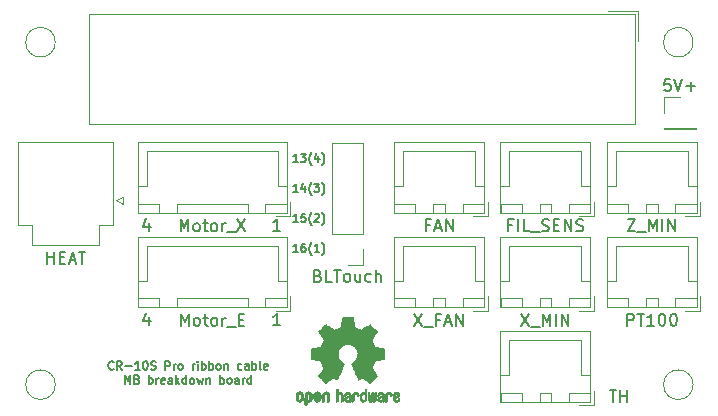
<source format=gto>
G04 #@! TF.GenerationSoftware,KiCad,Pcbnew,(5.1.4-0-10_14)*
G04 #@! TF.CreationDate,2019-10-10T23:12:08+03:00*
G04 #@! TF.ProjectId,RibbonCable_MB_BreakdownBoard,52696262-6f6e-4436-9162-6c655f4d425f,rev?*
G04 #@! TF.SameCoordinates,Original*
G04 #@! TF.FileFunction,Legend,Top*
G04 #@! TF.FilePolarity,Positive*
%FSLAX46Y46*%
G04 Gerber Fmt 4.6, Leading zero omitted, Abs format (unit mm)*
G04 Created by KiCad (PCBNEW (5.1.4-0-10_14)) date 2019-10-10 23:12:08*
%MOMM*%
%LPD*%
G04 APERTURE LIST*
%ADD10C,0.150000*%
%ADD11C,0.120000*%
%ADD12C,0.010000*%
G04 APERTURE END LIST*
D10*
X115183333Y-100650000D02*
X115150000Y-100683333D01*
X115050000Y-100716666D01*
X114983333Y-100716666D01*
X114883333Y-100683333D01*
X114816666Y-100616666D01*
X114783333Y-100550000D01*
X114750000Y-100416666D01*
X114750000Y-100316666D01*
X114783333Y-100183333D01*
X114816666Y-100116666D01*
X114883333Y-100050000D01*
X114983333Y-100016666D01*
X115050000Y-100016666D01*
X115150000Y-100050000D01*
X115183333Y-100083333D01*
X115883333Y-100716666D02*
X115650000Y-100383333D01*
X115483333Y-100716666D02*
X115483333Y-100016666D01*
X115750000Y-100016666D01*
X115816666Y-100050000D01*
X115850000Y-100083333D01*
X115883333Y-100150000D01*
X115883333Y-100250000D01*
X115850000Y-100316666D01*
X115816666Y-100350000D01*
X115750000Y-100383333D01*
X115483333Y-100383333D01*
X116183333Y-100450000D02*
X116716666Y-100450000D01*
X117416666Y-100716666D02*
X117016666Y-100716666D01*
X117216666Y-100716666D02*
X117216666Y-100016666D01*
X117150000Y-100116666D01*
X117083333Y-100183333D01*
X117016666Y-100216666D01*
X117850000Y-100016666D02*
X117916666Y-100016666D01*
X117983333Y-100050000D01*
X118016666Y-100083333D01*
X118050000Y-100150000D01*
X118083333Y-100283333D01*
X118083333Y-100450000D01*
X118050000Y-100583333D01*
X118016666Y-100650000D01*
X117983333Y-100683333D01*
X117916666Y-100716666D01*
X117850000Y-100716666D01*
X117783333Y-100683333D01*
X117750000Y-100650000D01*
X117716666Y-100583333D01*
X117683333Y-100450000D01*
X117683333Y-100283333D01*
X117716666Y-100150000D01*
X117750000Y-100083333D01*
X117783333Y-100050000D01*
X117850000Y-100016666D01*
X118350000Y-100683333D02*
X118450000Y-100716666D01*
X118616666Y-100716666D01*
X118683333Y-100683333D01*
X118716666Y-100650000D01*
X118750000Y-100583333D01*
X118750000Y-100516666D01*
X118716666Y-100450000D01*
X118683333Y-100416666D01*
X118616666Y-100383333D01*
X118483333Y-100350000D01*
X118416666Y-100316666D01*
X118383333Y-100283333D01*
X118350000Y-100216666D01*
X118350000Y-100150000D01*
X118383333Y-100083333D01*
X118416666Y-100050000D01*
X118483333Y-100016666D01*
X118650000Y-100016666D01*
X118750000Y-100050000D01*
X119583333Y-100716666D02*
X119583333Y-100016666D01*
X119850000Y-100016666D01*
X119916666Y-100050000D01*
X119950000Y-100083333D01*
X119983333Y-100150000D01*
X119983333Y-100250000D01*
X119950000Y-100316666D01*
X119916666Y-100350000D01*
X119850000Y-100383333D01*
X119583333Y-100383333D01*
X120283333Y-100716666D02*
X120283333Y-100250000D01*
X120283333Y-100383333D02*
X120316666Y-100316666D01*
X120350000Y-100283333D01*
X120416666Y-100250000D01*
X120483333Y-100250000D01*
X120816666Y-100716666D02*
X120750000Y-100683333D01*
X120716666Y-100650000D01*
X120683333Y-100583333D01*
X120683333Y-100383333D01*
X120716666Y-100316666D01*
X120750000Y-100283333D01*
X120816666Y-100250000D01*
X120916666Y-100250000D01*
X120983333Y-100283333D01*
X121016666Y-100316666D01*
X121050000Y-100383333D01*
X121050000Y-100583333D01*
X121016666Y-100650000D01*
X120983333Y-100683333D01*
X120916666Y-100716666D01*
X120816666Y-100716666D01*
X121883333Y-100716666D02*
X121883333Y-100250000D01*
X121883333Y-100383333D02*
X121916666Y-100316666D01*
X121950000Y-100283333D01*
X122016666Y-100250000D01*
X122083333Y-100250000D01*
X122316666Y-100716666D02*
X122316666Y-100250000D01*
X122316666Y-100016666D02*
X122283333Y-100050000D01*
X122316666Y-100083333D01*
X122350000Y-100050000D01*
X122316666Y-100016666D01*
X122316666Y-100083333D01*
X122650000Y-100716666D02*
X122650000Y-100016666D01*
X122650000Y-100283333D02*
X122716666Y-100250000D01*
X122850000Y-100250000D01*
X122916666Y-100283333D01*
X122950000Y-100316666D01*
X122983333Y-100383333D01*
X122983333Y-100583333D01*
X122950000Y-100650000D01*
X122916666Y-100683333D01*
X122850000Y-100716666D01*
X122716666Y-100716666D01*
X122650000Y-100683333D01*
X123283333Y-100716666D02*
X123283333Y-100016666D01*
X123283333Y-100283333D02*
X123350000Y-100250000D01*
X123483333Y-100250000D01*
X123550000Y-100283333D01*
X123583333Y-100316666D01*
X123616666Y-100383333D01*
X123616666Y-100583333D01*
X123583333Y-100650000D01*
X123550000Y-100683333D01*
X123483333Y-100716666D01*
X123350000Y-100716666D01*
X123283333Y-100683333D01*
X124016666Y-100716666D02*
X123950000Y-100683333D01*
X123916666Y-100650000D01*
X123883333Y-100583333D01*
X123883333Y-100383333D01*
X123916666Y-100316666D01*
X123950000Y-100283333D01*
X124016666Y-100250000D01*
X124116666Y-100250000D01*
X124183333Y-100283333D01*
X124216666Y-100316666D01*
X124250000Y-100383333D01*
X124250000Y-100583333D01*
X124216666Y-100650000D01*
X124183333Y-100683333D01*
X124116666Y-100716666D01*
X124016666Y-100716666D01*
X124550000Y-100250000D02*
X124550000Y-100716666D01*
X124550000Y-100316666D02*
X124583333Y-100283333D01*
X124650000Y-100250000D01*
X124750000Y-100250000D01*
X124816666Y-100283333D01*
X124850000Y-100350000D01*
X124850000Y-100716666D01*
X126016666Y-100683333D02*
X125950000Y-100716666D01*
X125816666Y-100716666D01*
X125750000Y-100683333D01*
X125716666Y-100650000D01*
X125683333Y-100583333D01*
X125683333Y-100383333D01*
X125716666Y-100316666D01*
X125750000Y-100283333D01*
X125816666Y-100250000D01*
X125950000Y-100250000D01*
X126016666Y-100283333D01*
X126616666Y-100716666D02*
X126616666Y-100350000D01*
X126583333Y-100283333D01*
X126516666Y-100250000D01*
X126383333Y-100250000D01*
X126316666Y-100283333D01*
X126616666Y-100683333D02*
X126550000Y-100716666D01*
X126383333Y-100716666D01*
X126316666Y-100683333D01*
X126283333Y-100616666D01*
X126283333Y-100550000D01*
X126316666Y-100483333D01*
X126383333Y-100450000D01*
X126550000Y-100450000D01*
X126616666Y-100416666D01*
X126950000Y-100716666D02*
X126950000Y-100016666D01*
X126950000Y-100283333D02*
X127016666Y-100250000D01*
X127150000Y-100250000D01*
X127216666Y-100283333D01*
X127250000Y-100316666D01*
X127283333Y-100383333D01*
X127283333Y-100583333D01*
X127250000Y-100650000D01*
X127216666Y-100683333D01*
X127150000Y-100716666D01*
X127016666Y-100716666D01*
X126950000Y-100683333D01*
X127683333Y-100716666D02*
X127616666Y-100683333D01*
X127583333Y-100616666D01*
X127583333Y-100016666D01*
X128216666Y-100683333D02*
X128150000Y-100716666D01*
X128016666Y-100716666D01*
X127950000Y-100683333D01*
X127916666Y-100616666D01*
X127916666Y-100350000D01*
X127950000Y-100283333D01*
X128016666Y-100250000D01*
X128150000Y-100250000D01*
X128216666Y-100283333D01*
X128250000Y-100350000D01*
X128250000Y-100416666D01*
X127916666Y-100483333D01*
X116150000Y-101916666D02*
X116150000Y-101216666D01*
X116383333Y-101716666D01*
X116616666Y-101216666D01*
X116616666Y-101916666D01*
X117183333Y-101550000D02*
X117283333Y-101583333D01*
X117316666Y-101616666D01*
X117350000Y-101683333D01*
X117350000Y-101783333D01*
X117316666Y-101850000D01*
X117283333Y-101883333D01*
X117216666Y-101916666D01*
X116950000Y-101916666D01*
X116950000Y-101216666D01*
X117183333Y-101216666D01*
X117250000Y-101250000D01*
X117283333Y-101283333D01*
X117316666Y-101350000D01*
X117316666Y-101416666D01*
X117283333Y-101483333D01*
X117250000Y-101516666D01*
X117183333Y-101550000D01*
X116950000Y-101550000D01*
X118183333Y-101916666D02*
X118183333Y-101216666D01*
X118183333Y-101483333D02*
X118250000Y-101450000D01*
X118383333Y-101450000D01*
X118450000Y-101483333D01*
X118483333Y-101516666D01*
X118516666Y-101583333D01*
X118516666Y-101783333D01*
X118483333Y-101850000D01*
X118450000Y-101883333D01*
X118383333Y-101916666D01*
X118250000Y-101916666D01*
X118183333Y-101883333D01*
X118816666Y-101916666D02*
X118816666Y-101450000D01*
X118816666Y-101583333D02*
X118850000Y-101516666D01*
X118883333Y-101483333D01*
X118950000Y-101450000D01*
X119016666Y-101450000D01*
X119516666Y-101883333D02*
X119450000Y-101916666D01*
X119316666Y-101916666D01*
X119250000Y-101883333D01*
X119216666Y-101816666D01*
X119216666Y-101550000D01*
X119250000Y-101483333D01*
X119316666Y-101450000D01*
X119450000Y-101450000D01*
X119516666Y-101483333D01*
X119550000Y-101550000D01*
X119550000Y-101616666D01*
X119216666Y-101683333D01*
X120150000Y-101916666D02*
X120150000Y-101550000D01*
X120116666Y-101483333D01*
X120050000Y-101450000D01*
X119916666Y-101450000D01*
X119850000Y-101483333D01*
X120150000Y-101883333D02*
X120083333Y-101916666D01*
X119916666Y-101916666D01*
X119850000Y-101883333D01*
X119816666Y-101816666D01*
X119816666Y-101750000D01*
X119850000Y-101683333D01*
X119916666Y-101650000D01*
X120083333Y-101650000D01*
X120150000Y-101616666D01*
X120483333Y-101916666D02*
X120483333Y-101216666D01*
X120550000Y-101650000D02*
X120750000Y-101916666D01*
X120750000Y-101450000D02*
X120483333Y-101716666D01*
X121350000Y-101916666D02*
X121350000Y-101216666D01*
X121350000Y-101883333D02*
X121283333Y-101916666D01*
X121150000Y-101916666D01*
X121083333Y-101883333D01*
X121050000Y-101850000D01*
X121016666Y-101783333D01*
X121016666Y-101583333D01*
X121050000Y-101516666D01*
X121083333Y-101483333D01*
X121150000Y-101450000D01*
X121283333Y-101450000D01*
X121350000Y-101483333D01*
X121783333Y-101916666D02*
X121716666Y-101883333D01*
X121683333Y-101850000D01*
X121650000Y-101783333D01*
X121650000Y-101583333D01*
X121683333Y-101516666D01*
X121716666Y-101483333D01*
X121783333Y-101450000D01*
X121883333Y-101450000D01*
X121950000Y-101483333D01*
X121983333Y-101516666D01*
X122016666Y-101583333D01*
X122016666Y-101783333D01*
X121983333Y-101850000D01*
X121950000Y-101883333D01*
X121883333Y-101916666D01*
X121783333Y-101916666D01*
X122250000Y-101450000D02*
X122383333Y-101916666D01*
X122516666Y-101583333D01*
X122650000Y-101916666D01*
X122783333Y-101450000D01*
X123050000Y-101450000D02*
X123050000Y-101916666D01*
X123050000Y-101516666D02*
X123083333Y-101483333D01*
X123150000Y-101450000D01*
X123250000Y-101450000D01*
X123316666Y-101483333D01*
X123350000Y-101550000D01*
X123350000Y-101916666D01*
X124216666Y-101916666D02*
X124216666Y-101216666D01*
X124216666Y-101483333D02*
X124283333Y-101450000D01*
X124416666Y-101450000D01*
X124483333Y-101483333D01*
X124516666Y-101516666D01*
X124550000Y-101583333D01*
X124550000Y-101783333D01*
X124516666Y-101850000D01*
X124483333Y-101883333D01*
X124416666Y-101916666D01*
X124283333Y-101916666D01*
X124216666Y-101883333D01*
X124950000Y-101916666D02*
X124883333Y-101883333D01*
X124850000Y-101850000D01*
X124816666Y-101783333D01*
X124816666Y-101583333D01*
X124850000Y-101516666D01*
X124883333Y-101483333D01*
X124950000Y-101450000D01*
X125050000Y-101450000D01*
X125116666Y-101483333D01*
X125150000Y-101516666D01*
X125183333Y-101583333D01*
X125183333Y-101783333D01*
X125150000Y-101850000D01*
X125116666Y-101883333D01*
X125050000Y-101916666D01*
X124950000Y-101916666D01*
X125783333Y-101916666D02*
X125783333Y-101550000D01*
X125750000Y-101483333D01*
X125683333Y-101450000D01*
X125550000Y-101450000D01*
X125483333Y-101483333D01*
X125783333Y-101883333D02*
X125716666Y-101916666D01*
X125550000Y-101916666D01*
X125483333Y-101883333D01*
X125450000Y-101816666D01*
X125450000Y-101750000D01*
X125483333Y-101683333D01*
X125550000Y-101650000D01*
X125716666Y-101650000D01*
X125783333Y-101616666D01*
X126116666Y-101916666D02*
X126116666Y-101450000D01*
X126116666Y-101583333D02*
X126150000Y-101516666D01*
X126183333Y-101483333D01*
X126250000Y-101450000D01*
X126316666Y-101450000D01*
X126850000Y-101916666D02*
X126850000Y-101216666D01*
X126850000Y-101883333D02*
X126783333Y-101916666D01*
X126650000Y-101916666D01*
X126583333Y-101883333D01*
X126550000Y-101850000D01*
X126516666Y-101783333D01*
X126516666Y-101583333D01*
X126550000Y-101516666D01*
X126583333Y-101483333D01*
X126650000Y-101450000D01*
X126783333Y-101450000D01*
X126850000Y-101483333D01*
X129285714Y-88952380D02*
X128714285Y-88952380D01*
X129000000Y-88952380D02*
X129000000Y-87952380D01*
X128904761Y-88095238D01*
X128809523Y-88190476D01*
X128714285Y-88238095D01*
X118190476Y-88285714D02*
X118190476Y-88952380D01*
X117952380Y-87904761D02*
X117714285Y-88619047D01*
X118333333Y-88619047D01*
X118190476Y-96285714D02*
X118190476Y-96952380D01*
X117952380Y-95904761D02*
X117714285Y-96619047D01*
X118333333Y-96619047D01*
X129285714Y-96952380D02*
X128714285Y-96952380D01*
X129000000Y-96952380D02*
X129000000Y-95952380D01*
X128904761Y-96095238D01*
X128809523Y-96190476D01*
X128714285Y-96238095D01*
X130800000Y-90758166D02*
X130400000Y-90758166D01*
X130600000Y-90758166D02*
X130600000Y-90058166D01*
X130533333Y-90158166D01*
X130466666Y-90224833D01*
X130400000Y-90258166D01*
X131400000Y-90058166D02*
X131266666Y-90058166D01*
X131200000Y-90091500D01*
X131166666Y-90124833D01*
X131100000Y-90224833D01*
X131066666Y-90358166D01*
X131066666Y-90624833D01*
X131100000Y-90691500D01*
X131133333Y-90724833D01*
X131200000Y-90758166D01*
X131333333Y-90758166D01*
X131400000Y-90724833D01*
X131433333Y-90691500D01*
X131466666Y-90624833D01*
X131466666Y-90458166D01*
X131433333Y-90391500D01*
X131400000Y-90358166D01*
X131333333Y-90324833D01*
X131200000Y-90324833D01*
X131133333Y-90358166D01*
X131100000Y-90391500D01*
X131066666Y-90458166D01*
X131966666Y-91024833D02*
X131933333Y-90991500D01*
X131866666Y-90891500D01*
X131833333Y-90824833D01*
X131800000Y-90724833D01*
X131766666Y-90558166D01*
X131766666Y-90424833D01*
X131800000Y-90258166D01*
X131833333Y-90158166D01*
X131866666Y-90091500D01*
X131933333Y-89991500D01*
X131966666Y-89958166D01*
X132600000Y-90758166D02*
X132200000Y-90758166D01*
X132400000Y-90758166D02*
X132400000Y-90058166D01*
X132333333Y-90158166D01*
X132266666Y-90224833D01*
X132200000Y-90258166D01*
X132833333Y-91024833D02*
X132866666Y-90991500D01*
X132933333Y-90891500D01*
X132966666Y-90824833D01*
X133000000Y-90724833D01*
X133033333Y-90558166D01*
X133033333Y-90424833D01*
X133000000Y-90258166D01*
X132966666Y-90158166D01*
X132933333Y-90091500D01*
X132866666Y-89991500D01*
X132833333Y-89958166D01*
X130800000Y-88218166D02*
X130400000Y-88218166D01*
X130600000Y-88218166D02*
X130600000Y-87518166D01*
X130533333Y-87618166D01*
X130466666Y-87684833D01*
X130400000Y-87718166D01*
X131433333Y-87518166D02*
X131100000Y-87518166D01*
X131066666Y-87851500D01*
X131100000Y-87818166D01*
X131166666Y-87784833D01*
X131333333Y-87784833D01*
X131400000Y-87818166D01*
X131433333Y-87851500D01*
X131466666Y-87918166D01*
X131466666Y-88084833D01*
X131433333Y-88151500D01*
X131400000Y-88184833D01*
X131333333Y-88218166D01*
X131166666Y-88218166D01*
X131100000Y-88184833D01*
X131066666Y-88151500D01*
X131966666Y-88484833D02*
X131933333Y-88451500D01*
X131866666Y-88351500D01*
X131833333Y-88284833D01*
X131800000Y-88184833D01*
X131766666Y-88018166D01*
X131766666Y-87884833D01*
X131800000Y-87718166D01*
X131833333Y-87618166D01*
X131866666Y-87551500D01*
X131933333Y-87451500D01*
X131966666Y-87418166D01*
X132200000Y-87584833D02*
X132233333Y-87551500D01*
X132300000Y-87518166D01*
X132466666Y-87518166D01*
X132533333Y-87551500D01*
X132566666Y-87584833D01*
X132600000Y-87651500D01*
X132600000Y-87718166D01*
X132566666Y-87818166D01*
X132166666Y-88218166D01*
X132600000Y-88218166D01*
X132833333Y-88484833D02*
X132866666Y-88451500D01*
X132933333Y-88351500D01*
X132966666Y-88284833D01*
X133000000Y-88184833D01*
X133033333Y-88018166D01*
X133033333Y-87884833D01*
X133000000Y-87718166D01*
X132966666Y-87618166D01*
X132933333Y-87551500D01*
X132866666Y-87451500D01*
X132833333Y-87418166D01*
X130800000Y-85678166D02*
X130400000Y-85678166D01*
X130600000Y-85678166D02*
X130600000Y-84978166D01*
X130533333Y-85078166D01*
X130466666Y-85144833D01*
X130400000Y-85178166D01*
X131400000Y-85211500D02*
X131400000Y-85678166D01*
X131233333Y-84944833D02*
X131066666Y-85444833D01*
X131500000Y-85444833D01*
X131966666Y-85944833D02*
X131933333Y-85911500D01*
X131866666Y-85811500D01*
X131833333Y-85744833D01*
X131800000Y-85644833D01*
X131766666Y-85478166D01*
X131766666Y-85344833D01*
X131800000Y-85178166D01*
X131833333Y-85078166D01*
X131866666Y-85011500D01*
X131933333Y-84911500D01*
X131966666Y-84878166D01*
X132166666Y-84978166D02*
X132600000Y-84978166D01*
X132366666Y-85244833D01*
X132466666Y-85244833D01*
X132533333Y-85278166D01*
X132566666Y-85311500D01*
X132600000Y-85378166D01*
X132600000Y-85544833D01*
X132566666Y-85611500D01*
X132533333Y-85644833D01*
X132466666Y-85678166D01*
X132266666Y-85678166D01*
X132200000Y-85644833D01*
X132166666Y-85611500D01*
X132833333Y-85944833D02*
X132866666Y-85911500D01*
X132933333Y-85811500D01*
X132966666Y-85744833D01*
X133000000Y-85644833D01*
X133033333Y-85478166D01*
X133033333Y-85344833D01*
X133000000Y-85178166D01*
X132966666Y-85078166D01*
X132933333Y-85011500D01*
X132866666Y-84911500D01*
X132833333Y-84878166D01*
X130800000Y-83138166D02*
X130400000Y-83138166D01*
X130600000Y-83138166D02*
X130600000Y-82438166D01*
X130533333Y-82538166D01*
X130466666Y-82604833D01*
X130400000Y-82638166D01*
X131033333Y-82438166D02*
X131466666Y-82438166D01*
X131233333Y-82704833D01*
X131333333Y-82704833D01*
X131400000Y-82738166D01*
X131433333Y-82771500D01*
X131466666Y-82838166D01*
X131466666Y-83004833D01*
X131433333Y-83071500D01*
X131400000Y-83104833D01*
X131333333Y-83138166D01*
X131133333Y-83138166D01*
X131066666Y-83104833D01*
X131033333Y-83071500D01*
X131966666Y-83404833D02*
X131933333Y-83371500D01*
X131866666Y-83271500D01*
X131833333Y-83204833D01*
X131800000Y-83104833D01*
X131766666Y-82938166D01*
X131766666Y-82804833D01*
X131800000Y-82638166D01*
X131833333Y-82538166D01*
X131866666Y-82471500D01*
X131933333Y-82371500D01*
X131966666Y-82338166D01*
X132533333Y-82671500D02*
X132533333Y-83138166D01*
X132366666Y-82404833D02*
X132200000Y-82904833D01*
X132633333Y-82904833D01*
X132833333Y-83404833D02*
X132866666Y-83371500D01*
X132933333Y-83271500D01*
X132966666Y-83204833D01*
X133000000Y-83104833D01*
X133033333Y-82938166D01*
X133033333Y-82804833D01*
X133000000Y-82638166D01*
X132966666Y-82538166D01*
X132933333Y-82471500D01*
X132866666Y-82371500D01*
X132833333Y-82338166D01*
D11*
X130150000Y-87750000D02*
X130150000Y-86500000D01*
X128900000Y-87750000D02*
X130150000Y-87750000D01*
X118000000Y-82250000D02*
X123550000Y-82250000D01*
X118000000Y-85200000D02*
X118000000Y-82250000D01*
X117250000Y-85200000D02*
X118000000Y-85200000D01*
X129100000Y-82250000D02*
X123550000Y-82250000D01*
X129100000Y-85200000D02*
X129100000Y-82250000D01*
X129850000Y-85200000D02*
X129100000Y-85200000D01*
X117250000Y-87450000D02*
X119050000Y-87450000D01*
X117250000Y-86700000D02*
X117250000Y-87450000D01*
X119050000Y-86700000D02*
X117250000Y-86700000D01*
X119050000Y-87450000D02*
X119050000Y-86700000D01*
X128050000Y-87450000D02*
X129850000Y-87450000D01*
X128050000Y-86700000D02*
X128050000Y-87450000D01*
X129850000Y-86700000D02*
X128050000Y-86700000D01*
X129850000Y-87450000D02*
X129850000Y-86700000D01*
X120550000Y-87450000D02*
X126550000Y-87450000D01*
X120550000Y-86700000D02*
X120550000Y-87450000D01*
X126550000Y-86700000D02*
X120550000Y-86700000D01*
X126550000Y-87450000D02*
X126550000Y-86700000D01*
X117240000Y-87460000D02*
X129860000Y-87460000D01*
X117240000Y-81490000D02*
X117240000Y-87460000D01*
X129860000Y-81490000D02*
X117240000Y-81490000D01*
X129860000Y-87460000D02*
X129860000Y-81490000D01*
D12*
G36*
X135139878Y-96287776D02*
G01*
X135245612Y-96288355D01*
X135322132Y-96289922D01*
X135374372Y-96292972D01*
X135407263Y-96297996D01*
X135425737Y-96305489D01*
X135434727Y-96315944D01*
X135439163Y-96329853D01*
X135439594Y-96331654D01*
X135446333Y-96364145D01*
X135458808Y-96428252D01*
X135475719Y-96517151D01*
X135495771Y-96624019D01*
X135517664Y-96742033D01*
X135518429Y-96746178D01*
X135540359Y-96861831D01*
X135560877Y-96964014D01*
X135578659Y-97046598D01*
X135592381Y-97103456D01*
X135600718Y-97128458D01*
X135601116Y-97128901D01*
X135625677Y-97141110D01*
X135676315Y-97161456D01*
X135742095Y-97185545D01*
X135742461Y-97185674D01*
X135825317Y-97216818D01*
X135923000Y-97256491D01*
X136015077Y-97296381D01*
X136019434Y-97298353D01*
X136169407Y-97366420D01*
X136501498Y-97139639D01*
X136603374Y-97070504D01*
X136695657Y-97008697D01*
X136773003Y-96957733D01*
X136830064Y-96921127D01*
X136861495Y-96902394D01*
X136864479Y-96901004D01*
X136887321Y-96907190D01*
X136929982Y-96937035D01*
X136994128Y-96991947D01*
X137081421Y-97073334D01*
X137170535Y-97159922D01*
X137256441Y-97245247D01*
X137333327Y-97323108D01*
X137396564Y-97388697D01*
X137441523Y-97437205D01*
X137463576Y-97463825D01*
X137464396Y-97465195D01*
X137466834Y-97483463D01*
X137457650Y-97513295D01*
X137434574Y-97558721D01*
X137395337Y-97623770D01*
X137337670Y-97712470D01*
X137260795Y-97826657D01*
X137192570Y-97927162D01*
X137131582Y-98017303D01*
X137081356Y-98091849D01*
X137045416Y-98145565D01*
X137027287Y-98173218D01*
X137026146Y-98175095D01*
X137028359Y-98201590D01*
X137045138Y-98253086D01*
X137073142Y-98319851D01*
X137083122Y-98341172D01*
X137126672Y-98436159D01*
X137173134Y-98543937D01*
X137210877Y-98637192D01*
X137238073Y-98706406D01*
X137259675Y-98759006D01*
X137272158Y-98786497D01*
X137273709Y-98788616D01*
X137296668Y-98792124D01*
X137350786Y-98801738D01*
X137428868Y-98816089D01*
X137523719Y-98833807D01*
X137628143Y-98853525D01*
X137734944Y-98873874D01*
X137836926Y-98893486D01*
X137926894Y-98910991D01*
X137997653Y-98925022D01*
X138042006Y-98934209D01*
X138052885Y-98936807D01*
X138064122Y-98943218D01*
X138072605Y-98957697D01*
X138078714Y-98985133D01*
X138082832Y-99030411D01*
X138085341Y-99098420D01*
X138086621Y-99194047D01*
X138087054Y-99322180D01*
X138087077Y-99374701D01*
X138087077Y-99801845D01*
X137984500Y-99822091D01*
X137927431Y-99833070D01*
X137842269Y-99849095D01*
X137739372Y-99868233D01*
X137629096Y-99888551D01*
X137598615Y-99894132D01*
X137496855Y-99913917D01*
X137408205Y-99933373D01*
X137340108Y-99950697D01*
X137300004Y-99964088D01*
X137293323Y-99968079D01*
X137276919Y-99996342D01*
X137253399Y-100051109D01*
X137227316Y-100121588D01*
X137222142Y-100136769D01*
X137187956Y-100230896D01*
X137145523Y-100337101D01*
X137103997Y-100432473D01*
X137103792Y-100432916D01*
X137034640Y-100582525D01*
X137489512Y-101251617D01*
X137197500Y-101544116D01*
X137109180Y-101631170D01*
X137028625Y-101707909D01*
X136960360Y-101770237D01*
X136908908Y-101814056D01*
X136878794Y-101835270D01*
X136874474Y-101836616D01*
X136849111Y-101826016D01*
X136797358Y-101796547D01*
X136724868Y-101751705D01*
X136637294Y-101694984D01*
X136542612Y-101631462D01*
X136446516Y-101566668D01*
X136360837Y-101510287D01*
X136291016Y-101465788D01*
X136242494Y-101436639D01*
X136220782Y-101426308D01*
X136194293Y-101435050D01*
X136144062Y-101458087D01*
X136080451Y-101490631D01*
X136073708Y-101494249D01*
X135988046Y-101537210D01*
X135929306Y-101558279D01*
X135892772Y-101558503D01*
X135873731Y-101538928D01*
X135873620Y-101538654D01*
X135864102Y-101515472D01*
X135841403Y-101460441D01*
X135807282Y-101377822D01*
X135763500Y-101271872D01*
X135711816Y-101146852D01*
X135653992Y-101007020D01*
X135597991Y-100871637D01*
X135536447Y-100722234D01*
X135479939Y-100583832D01*
X135430161Y-100460673D01*
X135388806Y-100357002D01*
X135357568Y-100277059D01*
X135338141Y-100225088D01*
X135332154Y-100205692D01*
X135347168Y-100183443D01*
X135386439Y-100147982D01*
X135438807Y-100108887D01*
X135587941Y-99985245D01*
X135704511Y-99843522D01*
X135787118Y-99686704D01*
X135834366Y-99517775D01*
X135844857Y-99339722D01*
X135837231Y-99257539D01*
X135795682Y-99087031D01*
X135724123Y-98936459D01*
X135626995Y-98807309D01*
X135508734Y-98701064D01*
X135373780Y-98619210D01*
X135226571Y-98563232D01*
X135071544Y-98534615D01*
X134913139Y-98534844D01*
X134755794Y-98565405D01*
X134603946Y-98627782D01*
X134462035Y-98723460D01*
X134402803Y-98777572D01*
X134289203Y-98916520D01*
X134210106Y-99068361D01*
X134164986Y-99228667D01*
X134153316Y-99393012D01*
X134174569Y-99556971D01*
X134228220Y-99716118D01*
X134313740Y-99866025D01*
X134430605Y-100002267D01*
X134561193Y-100108887D01*
X134615588Y-100149642D01*
X134654014Y-100184718D01*
X134667846Y-100205726D01*
X134660603Y-100228635D01*
X134640005Y-100283365D01*
X134607746Y-100365672D01*
X134565521Y-100471315D01*
X134515023Y-100596050D01*
X134457948Y-100735636D01*
X134401854Y-100871670D01*
X134339967Y-101021201D01*
X134282644Y-101159767D01*
X134231644Y-101283107D01*
X134188727Y-101386964D01*
X134155653Y-101467080D01*
X134134181Y-101519195D01*
X134126225Y-101538654D01*
X134107429Y-101558423D01*
X134071074Y-101558365D01*
X134012479Y-101537441D01*
X133926968Y-101494613D01*
X133926292Y-101494249D01*
X133861907Y-101461012D01*
X133809861Y-101436802D01*
X133780512Y-101426404D01*
X133779217Y-101426308D01*
X133757124Y-101436855D01*
X133708348Y-101466184D01*
X133638331Y-101510827D01*
X133552514Y-101567314D01*
X133457388Y-101631462D01*
X133360540Y-101696411D01*
X133273253Y-101752896D01*
X133201181Y-101797421D01*
X133149977Y-101826490D01*
X133125526Y-101836616D01*
X133103010Y-101823307D01*
X133057742Y-101786112D01*
X132994244Y-101729128D01*
X132917039Y-101656449D01*
X132830651Y-101572171D01*
X132802399Y-101544016D01*
X132510287Y-101251416D01*
X132732631Y-100925104D01*
X132800202Y-100824897D01*
X132859507Y-100734963D01*
X132907217Y-100660510D01*
X132940007Y-100606751D01*
X132954548Y-100578894D01*
X132954974Y-100576912D01*
X132947308Y-100550655D01*
X132926689Y-100497837D01*
X132896685Y-100427310D01*
X132875625Y-100380093D01*
X132836248Y-100289694D01*
X132799165Y-100198366D01*
X132770415Y-100121200D01*
X132762605Y-100097692D01*
X132740417Y-100034916D01*
X132718727Y-99986411D01*
X132706813Y-99968079D01*
X132680523Y-99956859D01*
X132623142Y-99940954D01*
X132542118Y-99922167D01*
X132444895Y-99902299D01*
X132401385Y-99894132D01*
X132290896Y-99873829D01*
X132184916Y-99854170D01*
X132093801Y-99837088D01*
X132027908Y-99824518D01*
X132015500Y-99822091D01*
X131912923Y-99801845D01*
X131912923Y-99374701D01*
X131913153Y-99234246D01*
X131914099Y-99127979D01*
X131916141Y-99051013D01*
X131919662Y-98998460D01*
X131925043Y-98965433D01*
X131932666Y-98947045D01*
X131942912Y-98938408D01*
X131947115Y-98936807D01*
X131972470Y-98931127D01*
X132028484Y-98919795D01*
X132107964Y-98904179D01*
X132203712Y-98885647D01*
X132308533Y-98865569D01*
X132415232Y-98845312D01*
X132516613Y-98826246D01*
X132605479Y-98809739D01*
X132674637Y-98797159D01*
X132716889Y-98789875D01*
X132726290Y-98788616D01*
X132734807Y-98771763D01*
X132753660Y-98726870D01*
X132779324Y-98662430D01*
X132789123Y-98637192D01*
X132828648Y-98539686D01*
X132875192Y-98431959D01*
X132916877Y-98341172D01*
X132947550Y-98271753D01*
X132967956Y-98214710D01*
X132974768Y-98179777D01*
X132973682Y-98175095D01*
X132959285Y-98152991D01*
X132926412Y-98103831D01*
X132878590Y-98032848D01*
X132819348Y-97945278D01*
X132752215Y-97846357D01*
X132738941Y-97826830D01*
X132661046Y-97711140D01*
X132603787Y-97623044D01*
X132564881Y-97558486D01*
X132542044Y-97513411D01*
X132532994Y-97483763D01*
X132535448Y-97465485D01*
X132535511Y-97465369D01*
X132554827Y-97441361D01*
X132597551Y-97394947D01*
X132659051Y-97330937D01*
X132734698Y-97254145D01*
X132819861Y-97169382D01*
X132829465Y-97159922D01*
X132936790Y-97055989D01*
X133019615Y-96979675D01*
X133079605Y-96929571D01*
X133118423Y-96904270D01*
X133135520Y-96901004D01*
X133160473Y-96915250D01*
X133212255Y-96948156D01*
X133285520Y-96996208D01*
X133374920Y-97055890D01*
X133475111Y-97123688D01*
X133498501Y-97139639D01*
X133830593Y-97366420D01*
X133980565Y-97298353D01*
X134071770Y-97258685D01*
X134169669Y-97218791D01*
X134253831Y-97186983D01*
X134257538Y-97185674D01*
X134323369Y-97161576D01*
X134374116Y-97141200D01*
X134398842Y-97128936D01*
X134398884Y-97128901D01*
X134406729Y-97106734D01*
X134420066Y-97052217D01*
X134437570Y-96971480D01*
X134457917Y-96870650D01*
X134479782Y-96755856D01*
X134481571Y-96746178D01*
X134503504Y-96627904D01*
X134523640Y-96520542D01*
X134540680Y-96430917D01*
X134553328Y-96365851D01*
X134560284Y-96332168D01*
X134560406Y-96331654D01*
X134564639Y-96317325D01*
X134572871Y-96306507D01*
X134590033Y-96298706D01*
X134621058Y-96293429D01*
X134670878Y-96290182D01*
X134744424Y-96288472D01*
X134846629Y-96287807D01*
X134982425Y-96287693D01*
X135000000Y-96287692D01*
X135139878Y-96287776D01*
X135139878Y-96287776D01*
G37*
X135139878Y-96287776D02*
X135245612Y-96288355D01*
X135322132Y-96289922D01*
X135374372Y-96292972D01*
X135407263Y-96297996D01*
X135425737Y-96305489D01*
X135434727Y-96315944D01*
X135439163Y-96329853D01*
X135439594Y-96331654D01*
X135446333Y-96364145D01*
X135458808Y-96428252D01*
X135475719Y-96517151D01*
X135495771Y-96624019D01*
X135517664Y-96742033D01*
X135518429Y-96746178D01*
X135540359Y-96861831D01*
X135560877Y-96964014D01*
X135578659Y-97046598D01*
X135592381Y-97103456D01*
X135600718Y-97128458D01*
X135601116Y-97128901D01*
X135625677Y-97141110D01*
X135676315Y-97161456D01*
X135742095Y-97185545D01*
X135742461Y-97185674D01*
X135825317Y-97216818D01*
X135923000Y-97256491D01*
X136015077Y-97296381D01*
X136019434Y-97298353D01*
X136169407Y-97366420D01*
X136501498Y-97139639D01*
X136603374Y-97070504D01*
X136695657Y-97008697D01*
X136773003Y-96957733D01*
X136830064Y-96921127D01*
X136861495Y-96902394D01*
X136864479Y-96901004D01*
X136887321Y-96907190D01*
X136929982Y-96937035D01*
X136994128Y-96991947D01*
X137081421Y-97073334D01*
X137170535Y-97159922D01*
X137256441Y-97245247D01*
X137333327Y-97323108D01*
X137396564Y-97388697D01*
X137441523Y-97437205D01*
X137463576Y-97463825D01*
X137464396Y-97465195D01*
X137466834Y-97483463D01*
X137457650Y-97513295D01*
X137434574Y-97558721D01*
X137395337Y-97623770D01*
X137337670Y-97712470D01*
X137260795Y-97826657D01*
X137192570Y-97927162D01*
X137131582Y-98017303D01*
X137081356Y-98091849D01*
X137045416Y-98145565D01*
X137027287Y-98173218D01*
X137026146Y-98175095D01*
X137028359Y-98201590D01*
X137045138Y-98253086D01*
X137073142Y-98319851D01*
X137083122Y-98341172D01*
X137126672Y-98436159D01*
X137173134Y-98543937D01*
X137210877Y-98637192D01*
X137238073Y-98706406D01*
X137259675Y-98759006D01*
X137272158Y-98786497D01*
X137273709Y-98788616D01*
X137296668Y-98792124D01*
X137350786Y-98801738D01*
X137428868Y-98816089D01*
X137523719Y-98833807D01*
X137628143Y-98853525D01*
X137734944Y-98873874D01*
X137836926Y-98893486D01*
X137926894Y-98910991D01*
X137997653Y-98925022D01*
X138042006Y-98934209D01*
X138052885Y-98936807D01*
X138064122Y-98943218D01*
X138072605Y-98957697D01*
X138078714Y-98985133D01*
X138082832Y-99030411D01*
X138085341Y-99098420D01*
X138086621Y-99194047D01*
X138087054Y-99322180D01*
X138087077Y-99374701D01*
X138087077Y-99801845D01*
X137984500Y-99822091D01*
X137927431Y-99833070D01*
X137842269Y-99849095D01*
X137739372Y-99868233D01*
X137629096Y-99888551D01*
X137598615Y-99894132D01*
X137496855Y-99913917D01*
X137408205Y-99933373D01*
X137340108Y-99950697D01*
X137300004Y-99964088D01*
X137293323Y-99968079D01*
X137276919Y-99996342D01*
X137253399Y-100051109D01*
X137227316Y-100121588D01*
X137222142Y-100136769D01*
X137187956Y-100230896D01*
X137145523Y-100337101D01*
X137103997Y-100432473D01*
X137103792Y-100432916D01*
X137034640Y-100582525D01*
X137489512Y-101251617D01*
X137197500Y-101544116D01*
X137109180Y-101631170D01*
X137028625Y-101707909D01*
X136960360Y-101770237D01*
X136908908Y-101814056D01*
X136878794Y-101835270D01*
X136874474Y-101836616D01*
X136849111Y-101826016D01*
X136797358Y-101796547D01*
X136724868Y-101751705D01*
X136637294Y-101694984D01*
X136542612Y-101631462D01*
X136446516Y-101566668D01*
X136360837Y-101510287D01*
X136291016Y-101465788D01*
X136242494Y-101436639D01*
X136220782Y-101426308D01*
X136194293Y-101435050D01*
X136144062Y-101458087D01*
X136080451Y-101490631D01*
X136073708Y-101494249D01*
X135988046Y-101537210D01*
X135929306Y-101558279D01*
X135892772Y-101558503D01*
X135873731Y-101538928D01*
X135873620Y-101538654D01*
X135864102Y-101515472D01*
X135841403Y-101460441D01*
X135807282Y-101377822D01*
X135763500Y-101271872D01*
X135711816Y-101146852D01*
X135653992Y-101007020D01*
X135597991Y-100871637D01*
X135536447Y-100722234D01*
X135479939Y-100583832D01*
X135430161Y-100460673D01*
X135388806Y-100357002D01*
X135357568Y-100277059D01*
X135338141Y-100225088D01*
X135332154Y-100205692D01*
X135347168Y-100183443D01*
X135386439Y-100147982D01*
X135438807Y-100108887D01*
X135587941Y-99985245D01*
X135704511Y-99843522D01*
X135787118Y-99686704D01*
X135834366Y-99517775D01*
X135844857Y-99339722D01*
X135837231Y-99257539D01*
X135795682Y-99087031D01*
X135724123Y-98936459D01*
X135626995Y-98807309D01*
X135508734Y-98701064D01*
X135373780Y-98619210D01*
X135226571Y-98563232D01*
X135071544Y-98534615D01*
X134913139Y-98534844D01*
X134755794Y-98565405D01*
X134603946Y-98627782D01*
X134462035Y-98723460D01*
X134402803Y-98777572D01*
X134289203Y-98916520D01*
X134210106Y-99068361D01*
X134164986Y-99228667D01*
X134153316Y-99393012D01*
X134174569Y-99556971D01*
X134228220Y-99716118D01*
X134313740Y-99866025D01*
X134430605Y-100002267D01*
X134561193Y-100108887D01*
X134615588Y-100149642D01*
X134654014Y-100184718D01*
X134667846Y-100205726D01*
X134660603Y-100228635D01*
X134640005Y-100283365D01*
X134607746Y-100365672D01*
X134565521Y-100471315D01*
X134515023Y-100596050D01*
X134457948Y-100735636D01*
X134401854Y-100871670D01*
X134339967Y-101021201D01*
X134282644Y-101159767D01*
X134231644Y-101283107D01*
X134188727Y-101386964D01*
X134155653Y-101467080D01*
X134134181Y-101519195D01*
X134126225Y-101538654D01*
X134107429Y-101558423D01*
X134071074Y-101558365D01*
X134012479Y-101537441D01*
X133926968Y-101494613D01*
X133926292Y-101494249D01*
X133861907Y-101461012D01*
X133809861Y-101436802D01*
X133780512Y-101426404D01*
X133779217Y-101426308D01*
X133757124Y-101436855D01*
X133708348Y-101466184D01*
X133638331Y-101510827D01*
X133552514Y-101567314D01*
X133457388Y-101631462D01*
X133360540Y-101696411D01*
X133273253Y-101752896D01*
X133201181Y-101797421D01*
X133149977Y-101826490D01*
X133125526Y-101836616D01*
X133103010Y-101823307D01*
X133057742Y-101786112D01*
X132994244Y-101729128D01*
X132917039Y-101656449D01*
X132830651Y-101572171D01*
X132802399Y-101544016D01*
X132510287Y-101251416D01*
X132732631Y-100925104D01*
X132800202Y-100824897D01*
X132859507Y-100734963D01*
X132907217Y-100660510D01*
X132940007Y-100606751D01*
X132954548Y-100578894D01*
X132954974Y-100576912D01*
X132947308Y-100550655D01*
X132926689Y-100497837D01*
X132896685Y-100427310D01*
X132875625Y-100380093D01*
X132836248Y-100289694D01*
X132799165Y-100198366D01*
X132770415Y-100121200D01*
X132762605Y-100097692D01*
X132740417Y-100034916D01*
X132718727Y-99986411D01*
X132706813Y-99968079D01*
X132680523Y-99956859D01*
X132623142Y-99940954D01*
X132542118Y-99922167D01*
X132444895Y-99902299D01*
X132401385Y-99894132D01*
X132290896Y-99873829D01*
X132184916Y-99854170D01*
X132093801Y-99837088D01*
X132027908Y-99824518D01*
X132015500Y-99822091D01*
X131912923Y-99801845D01*
X131912923Y-99374701D01*
X131913153Y-99234246D01*
X131914099Y-99127979D01*
X131916141Y-99051013D01*
X131919662Y-98998460D01*
X131925043Y-98965433D01*
X131932666Y-98947045D01*
X131942912Y-98938408D01*
X131947115Y-98936807D01*
X131972470Y-98931127D01*
X132028484Y-98919795D01*
X132107964Y-98904179D01*
X132203712Y-98885647D01*
X132308533Y-98865569D01*
X132415232Y-98845312D01*
X132516613Y-98826246D01*
X132605479Y-98809739D01*
X132674637Y-98797159D01*
X132716889Y-98789875D01*
X132726290Y-98788616D01*
X132734807Y-98771763D01*
X132753660Y-98726870D01*
X132779324Y-98662430D01*
X132789123Y-98637192D01*
X132828648Y-98539686D01*
X132875192Y-98431959D01*
X132916877Y-98341172D01*
X132947550Y-98271753D01*
X132967956Y-98214710D01*
X132974768Y-98179777D01*
X132973682Y-98175095D01*
X132959285Y-98152991D01*
X132926412Y-98103831D01*
X132878590Y-98032848D01*
X132819348Y-97945278D01*
X132752215Y-97846357D01*
X132738941Y-97826830D01*
X132661046Y-97711140D01*
X132603787Y-97623044D01*
X132564881Y-97558486D01*
X132542044Y-97513411D01*
X132532994Y-97483763D01*
X132535448Y-97465485D01*
X132535511Y-97465369D01*
X132554827Y-97441361D01*
X132597551Y-97394947D01*
X132659051Y-97330937D01*
X132734698Y-97254145D01*
X132819861Y-97169382D01*
X132829465Y-97159922D01*
X132936790Y-97055989D01*
X133019615Y-96979675D01*
X133079605Y-96929571D01*
X133118423Y-96904270D01*
X133135520Y-96901004D01*
X133160473Y-96915250D01*
X133212255Y-96948156D01*
X133285520Y-96996208D01*
X133374920Y-97055890D01*
X133475111Y-97123688D01*
X133498501Y-97139639D01*
X133830593Y-97366420D01*
X133980565Y-97298353D01*
X134071770Y-97258685D01*
X134169669Y-97218791D01*
X134253831Y-97186983D01*
X134257538Y-97185674D01*
X134323369Y-97161576D01*
X134374116Y-97141200D01*
X134398842Y-97128936D01*
X134398884Y-97128901D01*
X134406729Y-97106734D01*
X134420066Y-97052217D01*
X134437570Y-96971480D01*
X134457917Y-96870650D01*
X134479782Y-96755856D01*
X134481571Y-96746178D01*
X134503504Y-96627904D01*
X134523640Y-96520542D01*
X134540680Y-96430917D01*
X134553328Y-96365851D01*
X134560284Y-96332168D01*
X134560406Y-96331654D01*
X134564639Y-96317325D01*
X134572871Y-96306507D01*
X134590033Y-96298706D01*
X134621058Y-96293429D01*
X134670878Y-96290182D01*
X134744424Y-96288472D01*
X134846629Y-96287807D01*
X134982425Y-96287693D01*
X135000000Y-96287692D01*
X135139878Y-96287776D01*
G36*
X139245224Y-102647838D02*
G01*
X139322528Y-102698361D01*
X139359814Y-102743590D01*
X139389353Y-102825663D01*
X139391699Y-102890607D01*
X139386385Y-102977445D01*
X139186115Y-103065103D01*
X139088739Y-103109887D01*
X139025113Y-103145913D01*
X138992029Y-103177117D01*
X138986280Y-103207436D01*
X139004658Y-103240805D01*
X139024923Y-103262923D01*
X139083889Y-103298393D01*
X139148024Y-103300879D01*
X139206926Y-103273235D01*
X139250197Y-103218320D01*
X139257936Y-103198928D01*
X139295006Y-103138364D01*
X139337654Y-103112552D01*
X139396154Y-103090471D01*
X139396154Y-103174184D01*
X139390982Y-103231150D01*
X139370723Y-103279189D01*
X139328262Y-103334346D01*
X139321951Y-103341514D01*
X139274720Y-103390585D01*
X139234121Y-103416920D01*
X139183328Y-103429035D01*
X139141220Y-103433003D01*
X139065902Y-103433991D01*
X139012286Y-103421466D01*
X138978838Y-103402869D01*
X138926268Y-103361975D01*
X138889879Y-103317748D01*
X138866850Y-103262126D01*
X138854359Y-103187047D01*
X138849587Y-103084449D01*
X138849206Y-103032376D01*
X138850501Y-102969948D01*
X138968471Y-102969948D01*
X138969839Y-103003438D01*
X138973249Y-103008923D01*
X138995753Y-103001472D01*
X139044182Y-102981753D01*
X139108908Y-102953718D01*
X139122443Y-102947692D01*
X139204244Y-102906096D01*
X139249312Y-102869538D01*
X139259217Y-102835296D01*
X139235526Y-102800648D01*
X139215960Y-102785339D01*
X139145360Y-102754721D01*
X139079280Y-102759780D01*
X139023959Y-102797151D01*
X138985636Y-102863473D01*
X138973349Y-102916116D01*
X138968471Y-102969948D01*
X138850501Y-102969948D01*
X138851730Y-102910720D01*
X138861032Y-102820710D01*
X138879460Y-102755167D01*
X138909360Y-102706912D01*
X138953080Y-102668767D01*
X138972141Y-102656440D01*
X139058726Y-102624336D01*
X139153522Y-102622316D01*
X139245224Y-102647838D01*
X139245224Y-102647838D01*
G37*
X139245224Y-102647838D02*
X139322528Y-102698361D01*
X139359814Y-102743590D01*
X139389353Y-102825663D01*
X139391699Y-102890607D01*
X139386385Y-102977445D01*
X139186115Y-103065103D01*
X139088739Y-103109887D01*
X139025113Y-103145913D01*
X138992029Y-103177117D01*
X138986280Y-103207436D01*
X139004658Y-103240805D01*
X139024923Y-103262923D01*
X139083889Y-103298393D01*
X139148024Y-103300879D01*
X139206926Y-103273235D01*
X139250197Y-103218320D01*
X139257936Y-103198928D01*
X139295006Y-103138364D01*
X139337654Y-103112552D01*
X139396154Y-103090471D01*
X139396154Y-103174184D01*
X139390982Y-103231150D01*
X139370723Y-103279189D01*
X139328262Y-103334346D01*
X139321951Y-103341514D01*
X139274720Y-103390585D01*
X139234121Y-103416920D01*
X139183328Y-103429035D01*
X139141220Y-103433003D01*
X139065902Y-103433991D01*
X139012286Y-103421466D01*
X138978838Y-103402869D01*
X138926268Y-103361975D01*
X138889879Y-103317748D01*
X138866850Y-103262126D01*
X138854359Y-103187047D01*
X138849587Y-103084449D01*
X138849206Y-103032376D01*
X138850501Y-102969948D01*
X138968471Y-102969948D01*
X138969839Y-103003438D01*
X138973249Y-103008923D01*
X138995753Y-103001472D01*
X139044182Y-102981753D01*
X139108908Y-102953718D01*
X139122443Y-102947692D01*
X139204244Y-102906096D01*
X139249312Y-102869538D01*
X139259217Y-102835296D01*
X139235526Y-102800648D01*
X139215960Y-102785339D01*
X139145360Y-102754721D01*
X139079280Y-102759780D01*
X139023959Y-102797151D01*
X138985636Y-102863473D01*
X138973349Y-102916116D01*
X138968471Y-102969948D01*
X138850501Y-102969948D01*
X138851730Y-102910720D01*
X138861032Y-102820710D01*
X138879460Y-102755167D01*
X138909360Y-102706912D01*
X138953080Y-102668767D01*
X138972141Y-102656440D01*
X139058726Y-102624336D01*
X139153522Y-102622316D01*
X139245224Y-102647838D01*
G36*
X138570807Y-102636782D02*
G01*
X138594161Y-102646988D01*
X138649902Y-102691134D01*
X138697569Y-102754967D01*
X138727048Y-102823087D01*
X138731846Y-102856670D01*
X138715760Y-102903556D01*
X138680475Y-102928365D01*
X138642644Y-102943387D01*
X138625321Y-102946155D01*
X138616886Y-102926066D01*
X138600230Y-102882351D01*
X138592923Y-102862598D01*
X138551948Y-102794271D01*
X138492622Y-102760191D01*
X138416552Y-102761239D01*
X138410918Y-102762581D01*
X138370305Y-102781836D01*
X138340448Y-102819375D01*
X138320055Y-102879809D01*
X138307836Y-102967751D01*
X138302500Y-103087813D01*
X138302000Y-103151698D01*
X138301752Y-103252403D01*
X138300126Y-103321054D01*
X138295801Y-103364673D01*
X138287454Y-103390282D01*
X138273765Y-103404903D01*
X138253411Y-103415558D01*
X138252234Y-103416095D01*
X138213038Y-103432667D01*
X138193619Y-103438769D01*
X138190635Y-103420319D01*
X138188081Y-103369323D01*
X138186140Y-103292308D01*
X138184997Y-103195805D01*
X138184769Y-103125184D01*
X138185932Y-102988525D01*
X138190479Y-102884851D01*
X138199999Y-102808108D01*
X138216081Y-102752246D01*
X138240313Y-102711212D01*
X138274286Y-102678954D01*
X138307833Y-102656440D01*
X138388499Y-102626476D01*
X138482381Y-102619718D01*
X138570807Y-102636782D01*
X138570807Y-102636782D01*
G37*
X138570807Y-102636782D02*
X138594161Y-102646988D01*
X138649902Y-102691134D01*
X138697569Y-102754967D01*
X138727048Y-102823087D01*
X138731846Y-102856670D01*
X138715760Y-102903556D01*
X138680475Y-102928365D01*
X138642644Y-102943387D01*
X138625321Y-102946155D01*
X138616886Y-102926066D01*
X138600230Y-102882351D01*
X138592923Y-102862598D01*
X138551948Y-102794271D01*
X138492622Y-102760191D01*
X138416552Y-102761239D01*
X138410918Y-102762581D01*
X138370305Y-102781836D01*
X138340448Y-102819375D01*
X138320055Y-102879809D01*
X138307836Y-102967751D01*
X138302500Y-103087813D01*
X138302000Y-103151698D01*
X138301752Y-103252403D01*
X138300126Y-103321054D01*
X138295801Y-103364673D01*
X138287454Y-103390282D01*
X138273765Y-103404903D01*
X138253411Y-103415558D01*
X138252234Y-103416095D01*
X138213038Y-103432667D01*
X138193619Y-103438769D01*
X138190635Y-103420319D01*
X138188081Y-103369323D01*
X138186140Y-103292308D01*
X138184997Y-103195805D01*
X138184769Y-103125184D01*
X138185932Y-102988525D01*
X138190479Y-102884851D01*
X138199999Y-102808108D01*
X138216081Y-102752246D01*
X138240313Y-102711212D01*
X138274286Y-102678954D01*
X138307833Y-102656440D01*
X138388499Y-102626476D01*
X138482381Y-102619718D01*
X138570807Y-102636782D01*
G36*
X137887333Y-102633528D02*
G01*
X137943590Y-102659117D01*
X137987747Y-102690124D01*
X138020101Y-102724795D01*
X138042438Y-102769520D01*
X138056546Y-102830692D01*
X138064211Y-102914701D01*
X138067220Y-103027940D01*
X138067538Y-103102509D01*
X138067538Y-103393420D01*
X138017773Y-103416095D01*
X137978576Y-103432667D01*
X137959157Y-103438769D01*
X137955442Y-103420610D01*
X137952495Y-103371648D01*
X137950691Y-103300153D01*
X137950308Y-103243385D01*
X137948661Y-103161371D01*
X137944222Y-103096309D01*
X137937740Y-103056467D01*
X137932590Y-103048000D01*
X137897977Y-103056646D01*
X137843640Y-103078823D01*
X137780722Y-103108886D01*
X137720368Y-103141192D01*
X137673721Y-103170098D01*
X137651926Y-103189961D01*
X137651839Y-103190175D01*
X137653714Y-103226935D01*
X137670525Y-103262026D01*
X137700039Y-103290528D01*
X137743116Y-103300061D01*
X137779932Y-103298950D01*
X137832074Y-103298133D01*
X137859444Y-103310349D01*
X137875882Y-103342624D01*
X137877955Y-103348710D01*
X137885081Y-103394739D01*
X137866024Y-103422687D01*
X137816353Y-103436007D01*
X137762697Y-103438470D01*
X137666142Y-103420210D01*
X137616159Y-103394131D01*
X137554429Y-103332868D01*
X137521690Y-103257670D01*
X137518753Y-103178211D01*
X137546424Y-103104167D01*
X137588047Y-103057769D01*
X137629604Y-103031793D01*
X137694922Y-102998907D01*
X137771038Y-102965557D01*
X137783726Y-102960461D01*
X137867333Y-102923565D01*
X137915530Y-102891046D01*
X137931030Y-102858718D01*
X137916550Y-102822394D01*
X137891692Y-102794000D01*
X137832939Y-102759039D01*
X137768293Y-102756417D01*
X137709008Y-102783358D01*
X137666339Y-102837088D01*
X137660739Y-102850950D01*
X137628133Y-102901936D01*
X137580530Y-102939787D01*
X137520461Y-102970850D01*
X137520461Y-102882768D01*
X137523997Y-102828951D01*
X137539156Y-102786534D01*
X137572768Y-102741279D01*
X137605035Y-102706420D01*
X137655209Y-102657062D01*
X137694193Y-102630547D01*
X137736064Y-102619911D01*
X137783460Y-102618154D01*
X137887333Y-102633528D01*
X137887333Y-102633528D01*
G37*
X137887333Y-102633528D02*
X137943590Y-102659117D01*
X137987747Y-102690124D01*
X138020101Y-102724795D01*
X138042438Y-102769520D01*
X138056546Y-102830692D01*
X138064211Y-102914701D01*
X138067220Y-103027940D01*
X138067538Y-103102509D01*
X138067538Y-103393420D01*
X138017773Y-103416095D01*
X137978576Y-103432667D01*
X137959157Y-103438769D01*
X137955442Y-103420610D01*
X137952495Y-103371648D01*
X137950691Y-103300153D01*
X137950308Y-103243385D01*
X137948661Y-103161371D01*
X137944222Y-103096309D01*
X137937740Y-103056467D01*
X137932590Y-103048000D01*
X137897977Y-103056646D01*
X137843640Y-103078823D01*
X137780722Y-103108886D01*
X137720368Y-103141192D01*
X137673721Y-103170098D01*
X137651926Y-103189961D01*
X137651839Y-103190175D01*
X137653714Y-103226935D01*
X137670525Y-103262026D01*
X137700039Y-103290528D01*
X137743116Y-103300061D01*
X137779932Y-103298950D01*
X137832074Y-103298133D01*
X137859444Y-103310349D01*
X137875882Y-103342624D01*
X137877955Y-103348710D01*
X137885081Y-103394739D01*
X137866024Y-103422687D01*
X137816353Y-103436007D01*
X137762697Y-103438470D01*
X137666142Y-103420210D01*
X137616159Y-103394131D01*
X137554429Y-103332868D01*
X137521690Y-103257670D01*
X137518753Y-103178211D01*
X137546424Y-103104167D01*
X137588047Y-103057769D01*
X137629604Y-103031793D01*
X137694922Y-102998907D01*
X137771038Y-102965557D01*
X137783726Y-102960461D01*
X137867333Y-102923565D01*
X137915530Y-102891046D01*
X137931030Y-102858718D01*
X137916550Y-102822394D01*
X137891692Y-102794000D01*
X137832939Y-102759039D01*
X137768293Y-102756417D01*
X137709008Y-102783358D01*
X137666339Y-102837088D01*
X137660739Y-102850950D01*
X137628133Y-102901936D01*
X137580530Y-102939787D01*
X137520461Y-102970850D01*
X137520461Y-102882768D01*
X137523997Y-102828951D01*
X137539156Y-102786534D01*
X137572768Y-102741279D01*
X137605035Y-102706420D01*
X137655209Y-102657062D01*
X137694193Y-102630547D01*
X137736064Y-102619911D01*
X137783460Y-102618154D01*
X137887333Y-102633528D01*
G36*
X137395929Y-102636662D02*
G01*
X137398911Y-102688068D01*
X137401247Y-102766192D01*
X137402749Y-102864857D01*
X137403231Y-102968343D01*
X137403231Y-103318533D01*
X137341401Y-103380363D01*
X137298793Y-103418462D01*
X137261390Y-103433895D01*
X137210270Y-103432918D01*
X137189978Y-103430433D01*
X137126554Y-103423200D01*
X137074095Y-103419055D01*
X137061308Y-103418672D01*
X137018199Y-103421176D01*
X136956544Y-103427462D01*
X136932638Y-103430433D01*
X136873922Y-103435028D01*
X136834464Y-103425046D01*
X136795338Y-103394228D01*
X136781215Y-103380363D01*
X136719385Y-103318533D01*
X136719385Y-102663503D01*
X136769150Y-102640829D01*
X136812002Y-102624034D01*
X136837073Y-102618154D01*
X136843501Y-102636736D01*
X136849509Y-102688655D01*
X136854697Y-102768172D01*
X136858664Y-102869546D01*
X136860577Y-102955192D01*
X136865923Y-103292231D01*
X136912560Y-103298825D01*
X136954976Y-103294214D01*
X136975760Y-103279287D01*
X136981570Y-103251377D01*
X136986530Y-103191925D01*
X136990246Y-103108466D01*
X136992324Y-103008532D01*
X136992624Y-102957104D01*
X136992923Y-102661054D01*
X137054454Y-102639604D01*
X137098004Y-102625020D01*
X137121694Y-102618219D01*
X137122377Y-102618154D01*
X137124754Y-102636642D01*
X137127366Y-102687906D01*
X137129995Y-102765649D01*
X137132421Y-102863574D01*
X137134115Y-102955192D01*
X137139461Y-103292231D01*
X137256692Y-103292231D01*
X137262072Y-102984746D01*
X137267451Y-102677261D01*
X137324601Y-102647707D01*
X137366797Y-102627413D01*
X137391770Y-102618204D01*
X137392491Y-102618154D01*
X137395929Y-102636662D01*
X137395929Y-102636662D01*
G37*
X137395929Y-102636662D02*
X137398911Y-102688068D01*
X137401247Y-102766192D01*
X137402749Y-102864857D01*
X137403231Y-102968343D01*
X137403231Y-103318533D01*
X137341401Y-103380363D01*
X137298793Y-103418462D01*
X137261390Y-103433895D01*
X137210270Y-103432918D01*
X137189978Y-103430433D01*
X137126554Y-103423200D01*
X137074095Y-103419055D01*
X137061308Y-103418672D01*
X137018199Y-103421176D01*
X136956544Y-103427462D01*
X136932638Y-103430433D01*
X136873922Y-103435028D01*
X136834464Y-103425046D01*
X136795338Y-103394228D01*
X136781215Y-103380363D01*
X136719385Y-103318533D01*
X136719385Y-102663503D01*
X136769150Y-102640829D01*
X136812002Y-102624034D01*
X136837073Y-102618154D01*
X136843501Y-102636736D01*
X136849509Y-102688655D01*
X136854697Y-102768172D01*
X136858664Y-102869546D01*
X136860577Y-102955192D01*
X136865923Y-103292231D01*
X136912560Y-103298825D01*
X136954976Y-103294214D01*
X136975760Y-103279287D01*
X136981570Y-103251377D01*
X136986530Y-103191925D01*
X136990246Y-103108466D01*
X136992324Y-103008532D01*
X136992624Y-102957104D01*
X136992923Y-102661054D01*
X137054454Y-102639604D01*
X137098004Y-102625020D01*
X137121694Y-102618219D01*
X137122377Y-102618154D01*
X137124754Y-102636642D01*
X137127366Y-102687906D01*
X137129995Y-102765649D01*
X137132421Y-102863574D01*
X137134115Y-102955192D01*
X137139461Y-103292231D01*
X137256692Y-103292231D01*
X137262072Y-102984746D01*
X137267451Y-102677261D01*
X137324601Y-102647707D01*
X137366797Y-102627413D01*
X137391770Y-102618204D01*
X137392491Y-102618154D01*
X137395929Y-102636662D01*
G36*
X136602081Y-102780289D02*
G01*
X136601833Y-102926320D01*
X136600872Y-103038655D01*
X136598794Y-103122678D01*
X136595193Y-103183769D01*
X136589665Y-103227309D01*
X136581804Y-103258679D01*
X136571207Y-103283262D01*
X136563182Y-103297294D01*
X136496728Y-103373388D01*
X136412470Y-103421084D01*
X136319249Y-103438199D01*
X136225900Y-103422546D01*
X136170312Y-103394418D01*
X136111957Y-103345760D01*
X136072186Y-103286333D01*
X136048190Y-103208507D01*
X136037161Y-103104652D01*
X136035599Y-103028462D01*
X136035809Y-103022986D01*
X136172308Y-103022986D01*
X136173141Y-103110355D01*
X136176961Y-103168192D01*
X136185746Y-103206029D01*
X136201474Y-103233398D01*
X136220266Y-103254042D01*
X136283375Y-103293890D01*
X136351137Y-103297295D01*
X136415179Y-103264025D01*
X136420164Y-103259517D01*
X136441439Y-103236067D01*
X136454779Y-103208166D01*
X136462001Y-103166641D01*
X136464923Y-103102316D01*
X136465385Y-103031200D01*
X136464383Y-102941858D01*
X136460238Y-102882258D01*
X136451236Y-102843089D01*
X136435667Y-102815040D01*
X136422902Y-102800144D01*
X136363600Y-102762575D01*
X136295301Y-102758057D01*
X136230110Y-102786753D01*
X136217528Y-102797406D01*
X136196111Y-102821063D01*
X136182744Y-102849251D01*
X136175566Y-102891245D01*
X136172719Y-102956319D01*
X136172308Y-103022986D01*
X136035809Y-103022986D01*
X136040322Y-102905765D01*
X136056362Y-102813577D01*
X136086528Y-102744269D01*
X136133629Y-102690211D01*
X136170312Y-102662505D01*
X136236990Y-102632572D01*
X136314272Y-102618678D01*
X136386110Y-102622397D01*
X136426308Y-102637400D01*
X136442082Y-102641670D01*
X136452550Y-102625750D01*
X136459856Y-102583089D01*
X136465385Y-102518106D01*
X136471437Y-102445732D01*
X136479844Y-102402187D01*
X136495141Y-102377287D01*
X136521864Y-102360845D01*
X136538654Y-102353564D01*
X136602154Y-102326963D01*
X136602081Y-102780289D01*
X136602081Y-102780289D01*
G37*
X136602081Y-102780289D02*
X136601833Y-102926320D01*
X136600872Y-103038655D01*
X136598794Y-103122678D01*
X136595193Y-103183769D01*
X136589665Y-103227309D01*
X136581804Y-103258679D01*
X136571207Y-103283262D01*
X136563182Y-103297294D01*
X136496728Y-103373388D01*
X136412470Y-103421084D01*
X136319249Y-103438199D01*
X136225900Y-103422546D01*
X136170312Y-103394418D01*
X136111957Y-103345760D01*
X136072186Y-103286333D01*
X136048190Y-103208507D01*
X136037161Y-103104652D01*
X136035599Y-103028462D01*
X136035809Y-103022986D01*
X136172308Y-103022986D01*
X136173141Y-103110355D01*
X136176961Y-103168192D01*
X136185746Y-103206029D01*
X136201474Y-103233398D01*
X136220266Y-103254042D01*
X136283375Y-103293890D01*
X136351137Y-103297295D01*
X136415179Y-103264025D01*
X136420164Y-103259517D01*
X136441439Y-103236067D01*
X136454779Y-103208166D01*
X136462001Y-103166641D01*
X136464923Y-103102316D01*
X136465385Y-103031200D01*
X136464383Y-102941858D01*
X136460238Y-102882258D01*
X136451236Y-102843089D01*
X136435667Y-102815040D01*
X136422902Y-102800144D01*
X136363600Y-102762575D01*
X136295301Y-102758057D01*
X136230110Y-102786753D01*
X136217528Y-102797406D01*
X136196111Y-102821063D01*
X136182744Y-102849251D01*
X136175566Y-102891245D01*
X136172719Y-102956319D01*
X136172308Y-103022986D01*
X136035809Y-103022986D01*
X136040322Y-102905765D01*
X136056362Y-102813577D01*
X136086528Y-102744269D01*
X136133629Y-102690211D01*
X136170312Y-102662505D01*
X136236990Y-102632572D01*
X136314272Y-102618678D01*
X136386110Y-102622397D01*
X136426308Y-102637400D01*
X136442082Y-102641670D01*
X136452550Y-102625750D01*
X136459856Y-102583089D01*
X136465385Y-102518106D01*
X136471437Y-102445732D01*
X136479844Y-102402187D01*
X136495141Y-102377287D01*
X136521864Y-102360845D01*
X136538654Y-102353564D01*
X136602154Y-102326963D01*
X136602081Y-102780289D01*
G36*
X135713362Y-102624670D02*
G01*
X135802117Y-102657421D01*
X135874022Y-102715350D01*
X135902144Y-102756128D01*
X135932802Y-102830954D01*
X135932165Y-102885058D01*
X135899987Y-102921446D01*
X135888081Y-102927633D01*
X135836675Y-102946925D01*
X135810422Y-102941982D01*
X135801530Y-102909587D01*
X135801077Y-102891692D01*
X135784797Y-102825859D01*
X135742365Y-102779807D01*
X135683388Y-102757564D01*
X135617475Y-102763161D01*
X135563895Y-102792229D01*
X135545798Y-102808810D01*
X135532971Y-102828925D01*
X135524306Y-102859332D01*
X135518696Y-102906788D01*
X135515035Y-102978050D01*
X135512215Y-103079875D01*
X135511484Y-103112115D01*
X135508820Y-103222410D01*
X135505792Y-103300036D01*
X135501250Y-103351396D01*
X135494046Y-103382890D01*
X135483033Y-103400920D01*
X135467060Y-103411888D01*
X135456834Y-103416733D01*
X135413406Y-103433301D01*
X135387842Y-103438769D01*
X135379395Y-103420507D01*
X135374239Y-103365296D01*
X135372346Y-103272499D01*
X135373689Y-103141478D01*
X135374107Y-103121269D01*
X135377058Y-103001733D01*
X135380548Y-102914449D01*
X135385514Y-102852591D01*
X135392893Y-102809336D01*
X135403624Y-102777860D01*
X135418645Y-102751339D01*
X135426502Y-102739975D01*
X135471553Y-102689692D01*
X135521940Y-102650581D01*
X135528108Y-102647167D01*
X135618458Y-102620212D01*
X135713362Y-102624670D01*
X135713362Y-102624670D01*
G37*
X135713362Y-102624670D02*
X135802117Y-102657421D01*
X135874022Y-102715350D01*
X135902144Y-102756128D01*
X135932802Y-102830954D01*
X135932165Y-102885058D01*
X135899987Y-102921446D01*
X135888081Y-102927633D01*
X135836675Y-102946925D01*
X135810422Y-102941982D01*
X135801530Y-102909587D01*
X135801077Y-102891692D01*
X135784797Y-102825859D01*
X135742365Y-102779807D01*
X135683388Y-102757564D01*
X135617475Y-102763161D01*
X135563895Y-102792229D01*
X135545798Y-102808810D01*
X135532971Y-102828925D01*
X135524306Y-102859332D01*
X135518696Y-102906788D01*
X135515035Y-102978050D01*
X135512215Y-103079875D01*
X135511484Y-103112115D01*
X135508820Y-103222410D01*
X135505792Y-103300036D01*
X135501250Y-103351396D01*
X135494046Y-103382890D01*
X135483033Y-103400920D01*
X135467060Y-103411888D01*
X135456834Y-103416733D01*
X135413406Y-103433301D01*
X135387842Y-103438769D01*
X135379395Y-103420507D01*
X135374239Y-103365296D01*
X135372346Y-103272499D01*
X135373689Y-103141478D01*
X135374107Y-103121269D01*
X135377058Y-103001733D01*
X135380548Y-102914449D01*
X135385514Y-102852591D01*
X135392893Y-102809336D01*
X135403624Y-102777860D01*
X135418645Y-102751339D01*
X135426502Y-102739975D01*
X135471553Y-102689692D01*
X135521940Y-102650581D01*
X135528108Y-102647167D01*
X135618458Y-102620212D01*
X135713362Y-102624670D01*
G36*
X135053501Y-102626303D02*
G01*
X135130060Y-102654733D01*
X135130936Y-102655279D01*
X135178285Y-102690127D01*
X135213241Y-102730852D01*
X135237825Y-102783925D01*
X135254062Y-102855814D01*
X135263975Y-102952992D01*
X135269586Y-103081928D01*
X135270077Y-103100298D01*
X135277141Y-103377287D01*
X135217695Y-103408028D01*
X135174681Y-103428802D01*
X135148710Y-103438646D01*
X135147509Y-103438769D01*
X135143014Y-103420606D01*
X135139444Y-103371612D01*
X135137248Y-103300031D01*
X135136769Y-103242068D01*
X135136758Y-103148170D01*
X135132466Y-103089203D01*
X135117503Y-103061079D01*
X135085482Y-103059706D01*
X135030014Y-103080998D01*
X134946269Y-103120136D01*
X134884689Y-103152643D01*
X134853017Y-103180845D01*
X134843706Y-103211582D01*
X134843692Y-103213104D01*
X134859057Y-103266054D01*
X134904547Y-103294660D01*
X134974166Y-103298803D01*
X135024313Y-103298084D01*
X135050754Y-103312527D01*
X135067243Y-103347218D01*
X135076733Y-103391416D01*
X135063057Y-103416493D01*
X135057907Y-103420082D01*
X135009425Y-103434496D01*
X134941531Y-103436537D01*
X134871612Y-103426983D01*
X134822068Y-103409522D01*
X134753570Y-103351364D01*
X134714634Y-103270408D01*
X134706923Y-103207160D01*
X134712807Y-103150111D01*
X134734101Y-103103542D01*
X134776265Y-103062181D01*
X134844759Y-103020755D01*
X134945044Y-102973993D01*
X134951154Y-102971350D01*
X135041490Y-102929617D01*
X135097235Y-102895391D01*
X135121129Y-102864635D01*
X135115913Y-102833311D01*
X135084328Y-102797383D01*
X135074883Y-102789116D01*
X135011617Y-102757058D01*
X134946064Y-102758407D01*
X134888972Y-102789838D01*
X134851093Y-102848024D01*
X134847574Y-102859446D01*
X134813300Y-102914837D01*
X134769809Y-102941518D01*
X134706923Y-102967960D01*
X134706923Y-102899548D01*
X134726052Y-102800110D01*
X134782831Y-102708902D01*
X134812378Y-102678389D01*
X134879542Y-102639228D01*
X134964956Y-102621500D01*
X135053501Y-102626303D01*
X135053501Y-102626303D01*
G37*
X135053501Y-102626303D02*
X135130060Y-102654733D01*
X135130936Y-102655279D01*
X135178285Y-102690127D01*
X135213241Y-102730852D01*
X135237825Y-102783925D01*
X135254062Y-102855814D01*
X135263975Y-102952992D01*
X135269586Y-103081928D01*
X135270077Y-103100298D01*
X135277141Y-103377287D01*
X135217695Y-103408028D01*
X135174681Y-103428802D01*
X135148710Y-103438646D01*
X135147509Y-103438769D01*
X135143014Y-103420606D01*
X135139444Y-103371612D01*
X135137248Y-103300031D01*
X135136769Y-103242068D01*
X135136758Y-103148170D01*
X135132466Y-103089203D01*
X135117503Y-103061079D01*
X135085482Y-103059706D01*
X135030014Y-103080998D01*
X134946269Y-103120136D01*
X134884689Y-103152643D01*
X134853017Y-103180845D01*
X134843706Y-103211582D01*
X134843692Y-103213104D01*
X134859057Y-103266054D01*
X134904547Y-103294660D01*
X134974166Y-103298803D01*
X135024313Y-103298084D01*
X135050754Y-103312527D01*
X135067243Y-103347218D01*
X135076733Y-103391416D01*
X135063057Y-103416493D01*
X135057907Y-103420082D01*
X135009425Y-103434496D01*
X134941531Y-103436537D01*
X134871612Y-103426983D01*
X134822068Y-103409522D01*
X134753570Y-103351364D01*
X134714634Y-103270408D01*
X134706923Y-103207160D01*
X134712807Y-103150111D01*
X134734101Y-103103542D01*
X134776265Y-103062181D01*
X134844759Y-103020755D01*
X134945044Y-102973993D01*
X134951154Y-102971350D01*
X135041490Y-102929617D01*
X135097235Y-102895391D01*
X135121129Y-102864635D01*
X135115913Y-102833311D01*
X135084328Y-102797383D01*
X135074883Y-102789116D01*
X135011617Y-102757058D01*
X134946064Y-102758407D01*
X134888972Y-102789838D01*
X134851093Y-102848024D01*
X134847574Y-102859446D01*
X134813300Y-102914837D01*
X134769809Y-102941518D01*
X134706923Y-102967960D01*
X134706923Y-102899548D01*
X134726052Y-102800110D01*
X134782831Y-102708902D01*
X134812378Y-102678389D01*
X134879542Y-102639228D01*
X134964956Y-102621500D01*
X135053501Y-102626303D01*
G36*
X134159846Y-102492120D02*
G01*
X134165572Y-102571980D01*
X134172149Y-102619039D01*
X134181262Y-102639566D01*
X134194598Y-102639829D01*
X134198923Y-102637378D01*
X134256444Y-102619636D01*
X134331268Y-102620672D01*
X134407339Y-102638910D01*
X134454918Y-102662505D01*
X134503702Y-102700198D01*
X134539364Y-102742855D01*
X134563845Y-102797057D01*
X134579087Y-102869384D01*
X134587030Y-102966419D01*
X134589616Y-103094742D01*
X134589662Y-103119358D01*
X134589692Y-103395870D01*
X134528161Y-103417320D01*
X134484459Y-103431912D01*
X134460482Y-103438706D01*
X134459777Y-103438769D01*
X134457415Y-103420345D01*
X134455406Y-103369526D01*
X134453901Y-103292993D01*
X134453053Y-103197430D01*
X134452923Y-103139329D01*
X134452651Y-103024771D01*
X134451252Y-102942667D01*
X134447849Y-102886393D01*
X134441567Y-102849326D01*
X134431529Y-102824844D01*
X134416861Y-102806325D01*
X134407702Y-102797406D01*
X134344789Y-102761466D01*
X134276136Y-102758775D01*
X134213848Y-102789170D01*
X134202329Y-102800144D01*
X134185433Y-102820779D01*
X134173714Y-102845256D01*
X134166233Y-102880647D01*
X134162054Y-102934026D01*
X134160237Y-103012466D01*
X134159846Y-103120617D01*
X134159846Y-103395870D01*
X134098315Y-103417320D01*
X134054613Y-103431912D01*
X134030636Y-103438706D01*
X134029930Y-103438769D01*
X134028126Y-103420069D01*
X134026500Y-103367322D01*
X134025117Y-103285557D01*
X134024042Y-103179805D01*
X134023340Y-103055094D01*
X134023077Y-102916455D01*
X134023077Y-102381806D01*
X134150077Y-102328236D01*
X134159846Y-102492120D01*
X134159846Y-102492120D01*
G37*
X134159846Y-102492120D02*
X134165572Y-102571980D01*
X134172149Y-102619039D01*
X134181262Y-102639566D01*
X134194598Y-102639829D01*
X134198923Y-102637378D01*
X134256444Y-102619636D01*
X134331268Y-102620672D01*
X134407339Y-102638910D01*
X134454918Y-102662505D01*
X134503702Y-102700198D01*
X134539364Y-102742855D01*
X134563845Y-102797057D01*
X134579087Y-102869384D01*
X134587030Y-102966419D01*
X134589616Y-103094742D01*
X134589662Y-103119358D01*
X134589692Y-103395870D01*
X134528161Y-103417320D01*
X134484459Y-103431912D01*
X134460482Y-103438706D01*
X134459777Y-103438769D01*
X134457415Y-103420345D01*
X134455406Y-103369526D01*
X134453901Y-103292993D01*
X134453053Y-103197430D01*
X134452923Y-103139329D01*
X134452651Y-103024771D01*
X134451252Y-102942667D01*
X134447849Y-102886393D01*
X134441567Y-102849326D01*
X134431529Y-102824844D01*
X134416861Y-102806325D01*
X134407702Y-102797406D01*
X134344789Y-102761466D01*
X134276136Y-102758775D01*
X134213848Y-102789170D01*
X134202329Y-102800144D01*
X134185433Y-102820779D01*
X134173714Y-102845256D01*
X134166233Y-102880647D01*
X134162054Y-102934026D01*
X134160237Y-103012466D01*
X134159846Y-103120617D01*
X134159846Y-103395870D01*
X134098315Y-103417320D01*
X134054613Y-103431912D01*
X134030636Y-103438706D01*
X134029930Y-103438769D01*
X134028126Y-103420069D01*
X134026500Y-103367322D01*
X134025117Y-103285557D01*
X134024042Y-103179805D01*
X134023340Y-103055094D01*
X134023077Y-102916455D01*
X134023077Y-102381806D01*
X134150077Y-102328236D01*
X134159846Y-102492120D01*
G36*
X132534254Y-102599745D02*
G01*
X132611286Y-102651567D01*
X132670816Y-102726412D01*
X132706378Y-102821654D01*
X132713571Y-102891756D01*
X132712754Y-102921009D01*
X132705914Y-102943407D01*
X132687112Y-102963474D01*
X132650408Y-102985733D01*
X132589862Y-103014709D01*
X132499534Y-103054927D01*
X132499077Y-103055129D01*
X132415933Y-103093210D01*
X132347753Y-103127025D01*
X132301505Y-103152933D01*
X132284158Y-103167295D01*
X132284154Y-103167411D01*
X132299443Y-103198685D01*
X132335196Y-103233157D01*
X132376242Y-103257990D01*
X132397037Y-103262923D01*
X132453770Y-103245862D01*
X132502627Y-103203133D01*
X132526465Y-103156155D01*
X132549397Y-103121522D01*
X132594318Y-103082081D01*
X132647123Y-103048009D01*
X132693710Y-103029480D01*
X132703452Y-103028462D01*
X132714418Y-103045215D01*
X132715079Y-103088039D01*
X132707020Y-103145781D01*
X132691827Y-103207289D01*
X132671086Y-103261409D01*
X132670038Y-103263510D01*
X132607621Y-103350660D01*
X132526726Y-103409939D01*
X132434856Y-103439034D01*
X132339513Y-103435634D01*
X132248198Y-103397428D01*
X132244138Y-103394741D01*
X132172306Y-103329642D01*
X132125073Y-103244705D01*
X132098934Y-103133021D01*
X132095426Y-103101643D01*
X132089213Y-102953536D01*
X132096661Y-102884468D01*
X132284154Y-102884468D01*
X132286590Y-102927552D01*
X132299914Y-102940126D01*
X132333132Y-102930719D01*
X132385494Y-102908483D01*
X132444024Y-102880610D01*
X132445479Y-102879872D01*
X132495089Y-102853777D01*
X132515000Y-102836363D01*
X132510090Y-102818107D01*
X132489416Y-102794120D01*
X132436819Y-102759406D01*
X132380177Y-102756856D01*
X132329369Y-102782119D01*
X132294276Y-102830847D01*
X132284154Y-102884468D01*
X132096661Y-102884468D01*
X132101992Y-102835036D01*
X132134778Y-102741055D01*
X132180421Y-102675215D01*
X132262802Y-102608681D01*
X132353546Y-102575676D01*
X132446185Y-102573573D01*
X132534254Y-102599745D01*
X132534254Y-102599745D01*
G37*
X132534254Y-102599745D02*
X132611286Y-102651567D01*
X132670816Y-102726412D01*
X132706378Y-102821654D01*
X132713571Y-102891756D01*
X132712754Y-102921009D01*
X132705914Y-102943407D01*
X132687112Y-102963474D01*
X132650408Y-102985733D01*
X132589862Y-103014709D01*
X132499534Y-103054927D01*
X132499077Y-103055129D01*
X132415933Y-103093210D01*
X132347753Y-103127025D01*
X132301505Y-103152933D01*
X132284158Y-103167295D01*
X132284154Y-103167411D01*
X132299443Y-103198685D01*
X132335196Y-103233157D01*
X132376242Y-103257990D01*
X132397037Y-103262923D01*
X132453770Y-103245862D01*
X132502627Y-103203133D01*
X132526465Y-103156155D01*
X132549397Y-103121522D01*
X132594318Y-103082081D01*
X132647123Y-103048009D01*
X132693710Y-103029480D01*
X132703452Y-103028462D01*
X132714418Y-103045215D01*
X132715079Y-103088039D01*
X132707020Y-103145781D01*
X132691827Y-103207289D01*
X132671086Y-103261409D01*
X132670038Y-103263510D01*
X132607621Y-103350660D01*
X132526726Y-103409939D01*
X132434856Y-103439034D01*
X132339513Y-103435634D01*
X132248198Y-103397428D01*
X132244138Y-103394741D01*
X132172306Y-103329642D01*
X132125073Y-103244705D01*
X132098934Y-103133021D01*
X132095426Y-103101643D01*
X132089213Y-102953536D01*
X132096661Y-102884468D01*
X132284154Y-102884468D01*
X132286590Y-102927552D01*
X132299914Y-102940126D01*
X132333132Y-102930719D01*
X132385494Y-102908483D01*
X132444024Y-102880610D01*
X132445479Y-102879872D01*
X132495089Y-102853777D01*
X132515000Y-102836363D01*
X132510090Y-102818107D01*
X132489416Y-102794120D01*
X132436819Y-102759406D01*
X132380177Y-102756856D01*
X132329369Y-102782119D01*
X132294276Y-102830847D01*
X132284154Y-102884468D01*
X132096661Y-102884468D01*
X132101992Y-102835036D01*
X132134778Y-102741055D01*
X132180421Y-102675215D01*
X132262802Y-102608681D01*
X132353546Y-102575676D01*
X132446185Y-102573573D01*
X132534254Y-102599745D01*
G36*
X131016886Y-102587256D02*
G01*
X131108464Y-102635409D01*
X131176049Y-102712905D01*
X131200057Y-102762727D01*
X131218738Y-102837533D01*
X131228301Y-102932052D01*
X131229208Y-103035210D01*
X131221921Y-103135935D01*
X131206903Y-103223153D01*
X131184615Y-103285791D01*
X131177765Y-103296579D01*
X131096632Y-103377105D01*
X131000266Y-103425336D01*
X130895701Y-103439450D01*
X130789968Y-103417629D01*
X130760543Y-103404547D01*
X130703241Y-103364231D01*
X130652950Y-103310775D01*
X130648197Y-103303995D01*
X130628878Y-103271321D01*
X130616108Y-103236394D01*
X130608564Y-103190414D01*
X130604924Y-103124584D01*
X130603865Y-103030105D01*
X130603846Y-103008923D01*
X130603894Y-103002182D01*
X130799231Y-103002182D01*
X130800368Y-103091349D01*
X130804841Y-103150520D01*
X130814246Y-103188741D01*
X130830176Y-103215053D01*
X130838308Y-103223846D01*
X130885058Y-103257261D01*
X130930447Y-103255737D01*
X130976340Y-103226752D01*
X131003712Y-103195809D01*
X131019923Y-103150643D01*
X131029026Y-103079420D01*
X131029651Y-103071114D01*
X131031204Y-102942037D01*
X131014965Y-102846172D01*
X130981152Y-102784107D01*
X130929984Y-102756432D01*
X130911720Y-102754923D01*
X130863760Y-102762513D01*
X130830953Y-102788808D01*
X130810895Y-102839095D01*
X130801178Y-102918664D01*
X130799231Y-103002182D01*
X130603894Y-103002182D01*
X130604574Y-102908249D01*
X130607629Y-102837906D01*
X130614322Y-102789163D01*
X130625960Y-102753288D01*
X130643853Y-102721548D01*
X130647808Y-102715648D01*
X130714267Y-102636104D01*
X130786685Y-102589929D01*
X130874849Y-102571599D01*
X130904787Y-102570703D01*
X131016886Y-102587256D01*
X131016886Y-102587256D01*
G37*
X131016886Y-102587256D02*
X131108464Y-102635409D01*
X131176049Y-102712905D01*
X131200057Y-102762727D01*
X131218738Y-102837533D01*
X131228301Y-102932052D01*
X131229208Y-103035210D01*
X131221921Y-103135935D01*
X131206903Y-103223153D01*
X131184615Y-103285791D01*
X131177765Y-103296579D01*
X131096632Y-103377105D01*
X131000266Y-103425336D01*
X130895701Y-103439450D01*
X130789968Y-103417629D01*
X130760543Y-103404547D01*
X130703241Y-103364231D01*
X130652950Y-103310775D01*
X130648197Y-103303995D01*
X130628878Y-103271321D01*
X130616108Y-103236394D01*
X130608564Y-103190414D01*
X130604924Y-103124584D01*
X130603865Y-103030105D01*
X130603846Y-103008923D01*
X130603894Y-103002182D01*
X130799231Y-103002182D01*
X130800368Y-103091349D01*
X130804841Y-103150520D01*
X130814246Y-103188741D01*
X130830176Y-103215053D01*
X130838308Y-103223846D01*
X130885058Y-103257261D01*
X130930447Y-103255737D01*
X130976340Y-103226752D01*
X131003712Y-103195809D01*
X131019923Y-103150643D01*
X131029026Y-103079420D01*
X131029651Y-103071114D01*
X131031204Y-102942037D01*
X131014965Y-102846172D01*
X130981152Y-102784107D01*
X130929984Y-102756432D01*
X130911720Y-102754923D01*
X130863760Y-102762513D01*
X130830953Y-102788808D01*
X130810895Y-102839095D01*
X130801178Y-102918664D01*
X130799231Y-103002182D01*
X130603894Y-103002182D01*
X130604574Y-102908249D01*
X130607629Y-102837906D01*
X130614322Y-102789163D01*
X130625960Y-102753288D01*
X130643853Y-102721548D01*
X130647808Y-102715648D01*
X130714267Y-102636104D01*
X130786685Y-102589929D01*
X130874849Y-102571599D01*
X130904787Y-102570703D01*
X131016886Y-102587256D01*
G36*
X133271664Y-102595089D02*
G01*
X133334367Y-102631358D01*
X133377961Y-102667358D01*
X133409845Y-102705075D01*
X133431810Y-102751199D01*
X133445649Y-102812421D01*
X133453153Y-102895431D01*
X133456117Y-103006919D01*
X133456461Y-103087062D01*
X133456461Y-103382065D01*
X133290385Y-103456515D01*
X133280615Y-103133402D01*
X133276579Y-103012729D01*
X133272344Y-102925141D01*
X133267097Y-102864650D01*
X133260025Y-102825268D01*
X133250311Y-102801007D01*
X133237144Y-102785880D01*
X133232919Y-102782606D01*
X133168909Y-102757034D01*
X133104208Y-102767153D01*
X133065692Y-102794000D01*
X133050025Y-102813024D01*
X133039180Y-102837988D01*
X133032288Y-102875834D01*
X133028479Y-102933502D01*
X133026883Y-103017935D01*
X133026615Y-103105928D01*
X133026563Y-103216323D01*
X133024672Y-103294463D01*
X133018345Y-103347165D01*
X133004983Y-103381242D01*
X132981985Y-103403511D01*
X132946754Y-103420787D01*
X132899697Y-103438738D01*
X132848303Y-103458278D01*
X132854421Y-103111485D01*
X132856884Y-102986468D01*
X132859767Y-102894082D01*
X132863898Y-102827881D01*
X132870107Y-102781420D01*
X132879226Y-102748256D01*
X132892083Y-102721944D01*
X132907584Y-102698729D01*
X132982371Y-102624569D01*
X133073628Y-102581684D01*
X133172883Y-102571412D01*
X133271664Y-102595089D01*
X133271664Y-102595089D01*
G37*
X133271664Y-102595089D02*
X133334367Y-102631358D01*
X133377961Y-102667358D01*
X133409845Y-102705075D01*
X133431810Y-102751199D01*
X133445649Y-102812421D01*
X133453153Y-102895431D01*
X133456117Y-103006919D01*
X133456461Y-103087062D01*
X133456461Y-103382065D01*
X133290385Y-103456515D01*
X133280615Y-103133402D01*
X133276579Y-103012729D01*
X133272344Y-102925141D01*
X133267097Y-102864650D01*
X133260025Y-102825268D01*
X133250311Y-102801007D01*
X133237144Y-102785880D01*
X133232919Y-102782606D01*
X133168909Y-102757034D01*
X133104208Y-102767153D01*
X133065692Y-102794000D01*
X133050025Y-102813024D01*
X133039180Y-102837988D01*
X133032288Y-102875834D01*
X133028479Y-102933502D01*
X133026883Y-103017935D01*
X133026615Y-103105928D01*
X133026563Y-103216323D01*
X133024672Y-103294463D01*
X133018345Y-103347165D01*
X133004983Y-103381242D01*
X132981985Y-103403511D01*
X132946754Y-103420787D01*
X132899697Y-103438738D01*
X132848303Y-103458278D01*
X132854421Y-103111485D01*
X132856884Y-102986468D01*
X132859767Y-102894082D01*
X132863898Y-102827881D01*
X132870107Y-102781420D01*
X132879226Y-102748256D01*
X132892083Y-102721944D01*
X132907584Y-102698729D01*
X132982371Y-102624569D01*
X133073628Y-102581684D01*
X133172883Y-102571412D01*
X133271664Y-102595089D01*
G36*
X131768886Y-102584505D02*
G01*
X131843539Y-102621727D01*
X131909431Y-102690261D01*
X131927577Y-102715648D01*
X131947345Y-102748866D01*
X131960172Y-102784945D01*
X131967510Y-102833098D01*
X131970813Y-102902536D01*
X131971538Y-102994206D01*
X131968263Y-103119830D01*
X131956877Y-103214154D01*
X131935041Y-103284523D01*
X131900419Y-103338286D01*
X131850670Y-103382788D01*
X131847014Y-103385423D01*
X131797985Y-103412377D01*
X131738945Y-103425712D01*
X131663859Y-103429000D01*
X131541795Y-103429000D01*
X131541744Y-103547497D01*
X131540608Y-103613492D01*
X131533686Y-103652202D01*
X131515598Y-103675419D01*
X131480962Y-103694933D01*
X131472645Y-103698920D01*
X131433720Y-103717603D01*
X131403583Y-103729403D01*
X131381174Y-103730422D01*
X131365433Y-103716761D01*
X131355302Y-103684522D01*
X131349723Y-103629804D01*
X131347635Y-103548711D01*
X131347981Y-103437344D01*
X131349700Y-103291802D01*
X131350237Y-103248269D01*
X131352172Y-103098205D01*
X131353904Y-103000042D01*
X131541692Y-103000042D01*
X131542748Y-103083364D01*
X131547438Y-103137880D01*
X131558051Y-103173837D01*
X131576872Y-103201482D01*
X131589650Y-103214965D01*
X131641890Y-103254417D01*
X131688142Y-103257628D01*
X131735867Y-103225049D01*
X131737077Y-103223846D01*
X131756494Y-103198668D01*
X131768307Y-103164447D01*
X131774265Y-103111748D01*
X131776120Y-103031131D01*
X131776154Y-103013271D01*
X131771670Y-102902175D01*
X131757074Y-102825161D01*
X131730650Y-102778147D01*
X131690683Y-102757050D01*
X131667584Y-102754923D01*
X131612762Y-102764900D01*
X131575158Y-102797752D01*
X131552523Y-102857857D01*
X131542606Y-102949598D01*
X131541692Y-103000042D01*
X131353904Y-103000042D01*
X131354222Y-102982060D01*
X131356873Y-102894679D01*
X131360606Y-102830905D01*
X131365907Y-102785582D01*
X131373258Y-102753555D01*
X131383143Y-102729668D01*
X131396046Y-102708764D01*
X131401579Y-102700898D01*
X131474969Y-102626595D01*
X131567760Y-102584467D01*
X131675096Y-102572722D01*
X131768886Y-102584505D01*
X131768886Y-102584505D01*
G37*
X131768886Y-102584505D02*
X131843539Y-102621727D01*
X131909431Y-102690261D01*
X131927577Y-102715648D01*
X131947345Y-102748866D01*
X131960172Y-102784945D01*
X131967510Y-102833098D01*
X131970813Y-102902536D01*
X131971538Y-102994206D01*
X131968263Y-103119830D01*
X131956877Y-103214154D01*
X131935041Y-103284523D01*
X131900419Y-103338286D01*
X131850670Y-103382788D01*
X131847014Y-103385423D01*
X131797985Y-103412377D01*
X131738945Y-103425712D01*
X131663859Y-103429000D01*
X131541795Y-103429000D01*
X131541744Y-103547497D01*
X131540608Y-103613492D01*
X131533686Y-103652202D01*
X131515598Y-103675419D01*
X131480962Y-103694933D01*
X131472645Y-103698920D01*
X131433720Y-103717603D01*
X131403583Y-103729403D01*
X131381174Y-103730422D01*
X131365433Y-103716761D01*
X131355302Y-103684522D01*
X131349723Y-103629804D01*
X131347635Y-103548711D01*
X131347981Y-103437344D01*
X131349700Y-103291802D01*
X131350237Y-103248269D01*
X131352172Y-103098205D01*
X131353904Y-103000042D01*
X131541692Y-103000042D01*
X131542748Y-103083364D01*
X131547438Y-103137880D01*
X131558051Y-103173837D01*
X131576872Y-103201482D01*
X131589650Y-103214965D01*
X131641890Y-103254417D01*
X131688142Y-103257628D01*
X131735867Y-103225049D01*
X131737077Y-103223846D01*
X131756494Y-103198668D01*
X131768307Y-103164447D01*
X131774265Y-103111748D01*
X131776120Y-103031131D01*
X131776154Y-103013271D01*
X131771670Y-102902175D01*
X131757074Y-102825161D01*
X131730650Y-102778147D01*
X131690683Y-102757050D01*
X131667584Y-102754923D01*
X131612762Y-102764900D01*
X131575158Y-102797752D01*
X131552523Y-102857857D01*
X131542606Y-102949598D01*
X131541692Y-103000042D01*
X131353904Y-103000042D01*
X131354222Y-102982060D01*
X131356873Y-102894679D01*
X131360606Y-102830905D01*
X131365907Y-102785582D01*
X131373258Y-102753555D01*
X131383143Y-102729668D01*
X131396046Y-102708764D01*
X131401579Y-102700898D01*
X131474969Y-102626595D01*
X131567760Y-102584467D01*
X131675096Y-102572722D01*
X131768886Y-102584505D01*
D11*
X164251000Y-73000000D02*
G75*
G03X164251000Y-73000000I-1251000J0D01*
G01*
X164251000Y-102000000D02*
G75*
G03X164251000Y-102000000I-1251000J0D01*
G01*
X110251000Y-102000000D02*
G75*
G03X110251000Y-102000000I-1251000J0D01*
G01*
X110251000Y-73000000D02*
G75*
G03X110251000Y-73000000I-1251000J0D01*
G01*
X161820000Y-77670000D02*
X163150000Y-77670000D01*
X161820000Y-79000000D02*
X161820000Y-77670000D01*
X161820000Y-80270000D02*
X164480000Y-80270000D01*
X164480000Y-80270000D02*
X164480000Y-80330000D01*
X161820000Y-80270000D02*
X161820000Y-80330000D01*
X161820000Y-80330000D02*
X164480000Y-80330000D01*
X164850000Y-87750000D02*
X164850000Y-86500000D01*
X163600000Y-87750000D02*
X164850000Y-87750000D01*
X157700000Y-82250000D02*
X160750000Y-82250000D01*
X157700000Y-85200000D02*
X157700000Y-82250000D01*
X156950000Y-85200000D02*
X157700000Y-85200000D01*
X163800000Y-82250000D02*
X160750000Y-82250000D01*
X163800000Y-85200000D02*
X163800000Y-82250000D01*
X164550000Y-85200000D02*
X163800000Y-85200000D01*
X156950000Y-87450000D02*
X158750000Y-87450000D01*
X156950000Y-86700000D02*
X156950000Y-87450000D01*
X158750000Y-86700000D02*
X156950000Y-86700000D01*
X158750000Y-87450000D02*
X158750000Y-86700000D01*
X162750000Y-87450000D02*
X164550000Y-87450000D01*
X162750000Y-86700000D02*
X162750000Y-87450000D01*
X164550000Y-86700000D02*
X162750000Y-86700000D01*
X164550000Y-87450000D02*
X164550000Y-86700000D01*
X160250000Y-87450000D02*
X161250000Y-87450000D01*
X160250000Y-86700000D02*
X160250000Y-87450000D01*
X161250000Y-86700000D02*
X160250000Y-86700000D01*
X161250000Y-87450000D02*
X161250000Y-86700000D01*
X156940000Y-87460000D02*
X164560000Y-87460000D01*
X156940000Y-81490000D02*
X156940000Y-87460000D01*
X164560000Y-81490000D02*
X156940000Y-81490000D01*
X164560000Y-87460000D02*
X164560000Y-81490000D01*
X155850000Y-95750000D02*
X155850000Y-94500000D01*
X154600000Y-95750000D02*
X155850000Y-95750000D01*
X148700000Y-90250000D02*
X151750000Y-90250000D01*
X148700000Y-93200000D02*
X148700000Y-90250000D01*
X147950000Y-93200000D02*
X148700000Y-93200000D01*
X154800000Y-90250000D02*
X151750000Y-90250000D01*
X154800000Y-93200000D02*
X154800000Y-90250000D01*
X155550000Y-93200000D02*
X154800000Y-93200000D01*
X147950000Y-95450000D02*
X149750000Y-95450000D01*
X147950000Y-94700000D02*
X147950000Y-95450000D01*
X149750000Y-94700000D02*
X147950000Y-94700000D01*
X149750000Y-95450000D02*
X149750000Y-94700000D01*
X153750000Y-95450000D02*
X155550000Y-95450000D01*
X153750000Y-94700000D02*
X153750000Y-95450000D01*
X155550000Y-94700000D02*
X153750000Y-94700000D01*
X155550000Y-95450000D02*
X155550000Y-94700000D01*
X151250000Y-95450000D02*
X152250000Y-95450000D01*
X151250000Y-94700000D02*
X151250000Y-95450000D01*
X152250000Y-94700000D02*
X151250000Y-94700000D01*
X152250000Y-95450000D02*
X152250000Y-94700000D01*
X147940000Y-95460000D02*
X155560000Y-95460000D01*
X147940000Y-89490000D02*
X147940000Y-95460000D01*
X155560000Y-89490000D02*
X147940000Y-89490000D01*
X155560000Y-95460000D02*
X155560000Y-89490000D01*
X146850000Y-95750000D02*
X146850000Y-94500000D01*
X145600000Y-95750000D02*
X146850000Y-95750000D01*
X139700000Y-90250000D02*
X142750000Y-90250000D01*
X139700000Y-93200000D02*
X139700000Y-90250000D01*
X138950000Y-93200000D02*
X139700000Y-93200000D01*
X145800000Y-90250000D02*
X142750000Y-90250000D01*
X145800000Y-93200000D02*
X145800000Y-90250000D01*
X146550000Y-93200000D02*
X145800000Y-93200000D01*
X138950000Y-95450000D02*
X140750000Y-95450000D01*
X138950000Y-94700000D02*
X138950000Y-95450000D01*
X140750000Y-94700000D02*
X138950000Y-94700000D01*
X140750000Y-95450000D02*
X140750000Y-94700000D01*
X144750000Y-95450000D02*
X146550000Y-95450000D01*
X144750000Y-94700000D02*
X144750000Y-95450000D01*
X146550000Y-94700000D02*
X144750000Y-94700000D01*
X146550000Y-95450000D02*
X146550000Y-94700000D01*
X142250000Y-95450000D02*
X143250000Y-95450000D01*
X142250000Y-94700000D02*
X142250000Y-95450000D01*
X143250000Y-94700000D02*
X142250000Y-94700000D01*
X143250000Y-95450000D02*
X143250000Y-94700000D01*
X138940000Y-95460000D02*
X146560000Y-95460000D01*
X138940000Y-89490000D02*
X138940000Y-95460000D01*
X146560000Y-89490000D02*
X138940000Y-89490000D01*
X146560000Y-95460000D02*
X146560000Y-89490000D01*
X155850000Y-103750000D02*
X155850000Y-102500000D01*
X154600000Y-103750000D02*
X155850000Y-103750000D01*
X148700000Y-98250000D02*
X151750000Y-98250000D01*
X148700000Y-101200000D02*
X148700000Y-98250000D01*
X147950000Y-101200000D02*
X148700000Y-101200000D01*
X154800000Y-98250000D02*
X151750000Y-98250000D01*
X154800000Y-101200000D02*
X154800000Y-98250000D01*
X155550000Y-101200000D02*
X154800000Y-101200000D01*
X147950000Y-103450000D02*
X149750000Y-103450000D01*
X147950000Y-102700000D02*
X147950000Y-103450000D01*
X149750000Y-102700000D02*
X147950000Y-102700000D01*
X149750000Y-103450000D02*
X149750000Y-102700000D01*
X153750000Y-103450000D02*
X155550000Y-103450000D01*
X153750000Y-102700000D02*
X153750000Y-103450000D01*
X155550000Y-102700000D02*
X153750000Y-102700000D01*
X155550000Y-103450000D02*
X155550000Y-102700000D01*
X151250000Y-103450000D02*
X152250000Y-103450000D01*
X151250000Y-102700000D02*
X151250000Y-103450000D01*
X152250000Y-102700000D02*
X151250000Y-102700000D01*
X152250000Y-103450000D02*
X152250000Y-102700000D01*
X147940000Y-103460000D02*
X155560000Y-103460000D01*
X147940000Y-97490000D02*
X147940000Y-103460000D01*
X155560000Y-97490000D02*
X147940000Y-97490000D01*
X155560000Y-103460000D02*
X155560000Y-97490000D01*
X159600000Y-70345000D02*
X159600000Y-72885000D01*
X159600000Y-70345000D02*
X157060000Y-70345000D01*
X159350000Y-70595000D02*
X159350000Y-79945000D01*
X113090000Y-70595000D02*
X159350000Y-70595000D01*
X113090000Y-79945000D02*
X113090000Y-70595000D01*
X159350000Y-79945000D02*
X113090000Y-79945000D01*
X164850000Y-95750000D02*
X164850000Y-94500000D01*
X163600000Y-95750000D02*
X164850000Y-95750000D01*
X157700000Y-90250000D02*
X160750000Y-90250000D01*
X157700000Y-93200000D02*
X157700000Y-90250000D01*
X156950000Y-93200000D02*
X157700000Y-93200000D01*
X163800000Y-90250000D02*
X160750000Y-90250000D01*
X163800000Y-93200000D02*
X163800000Y-90250000D01*
X164550000Y-93200000D02*
X163800000Y-93200000D01*
X156950000Y-95450000D02*
X158750000Y-95450000D01*
X156950000Y-94700000D02*
X156950000Y-95450000D01*
X158750000Y-94700000D02*
X156950000Y-94700000D01*
X158750000Y-95450000D02*
X158750000Y-94700000D01*
X162750000Y-95450000D02*
X164550000Y-95450000D01*
X162750000Y-94700000D02*
X162750000Y-95450000D01*
X164550000Y-94700000D02*
X162750000Y-94700000D01*
X164550000Y-95450000D02*
X164550000Y-94700000D01*
X160250000Y-95450000D02*
X161250000Y-95450000D01*
X160250000Y-94700000D02*
X160250000Y-95450000D01*
X161250000Y-94700000D02*
X160250000Y-94700000D01*
X161250000Y-95450000D02*
X161250000Y-94700000D01*
X156940000Y-95460000D02*
X164560000Y-95460000D01*
X156940000Y-89490000D02*
X156940000Y-95460000D01*
X164560000Y-89490000D02*
X156940000Y-89490000D01*
X164560000Y-95460000D02*
X164560000Y-89490000D01*
X130150000Y-95750000D02*
X130150000Y-94500000D01*
X128900000Y-95750000D02*
X130150000Y-95750000D01*
X118000000Y-90250000D02*
X123550000Y-90250000D01*
X118000000Y-93200000D02*
X118000000Y-90250000D01*
X117250000Y-93200000D02*
X118000000Y-93200000D01*
X129100000Y-90250000D02*
X123550000Y-90250000D01*
X129100000Y-93200000D02*
X129100000Y-90250000D01*
X129850000Y-93200000D02*
X129100000Y-93200000D01*
X117250000Y-95450000D02*
X119050000Y-95450000D01*
X117250000Y-94700000D02*
X117250000Y-95450000D01*
X119050000Y-94700000D02*
X117250000Y-94700000D01*
X119050000Y-95450000D02*
X119050000Y-94700000D01*
X128050000Y-95450000D02*
X129850000Y-95450000D01*
X128050000Y-94700000D02*
X128050000Y-95450000D01*
X129850000Y-94700000D02*
X128050000Y-94700000D01*
X129850000Y-95450000D02*
X129850000Y-94700000D01*
X120550000Y-95450000D02*
X126550000Y-95450000D01*
X120550000Y-94700000D02*
X120550000Y-95450000D01*
X126550000Y-94700000D02*
X120550000Y-94700000D01*
X126550000Y-95450000D02*
X126550000Y-94700000D01*
X117240000Y-95460000D02*
X129860000Y-95460000D01*
X117240000Y-89490000D02*
X117240000Y-95460000D01*
X129860000Y-89490000D02*
X117240000Y-89490000D01*
X129860000Y-95460000D02*
X129860000Y-89490000D01*
X115960000Y-86700000D02*
X115360000Y-86400000D01*
X115960000Y-86100000D02*
X115960000Y-86700000D01*
X115360000Y-86400000D02*
X115960000Y-86100000D01*
X107080000Y-81490000D02*
X115160000Y-81490000D01*
X107080000Y-88510000D02*
X107080000Y-81490000D01*
X108280000Y-88510000D02*
X107080000Y-88510000D01*
X108280000Y-90210000D02*
X108280000Y-88510000D01*
X113960000Y-90210000D02*
X108280000Y-90210000D01*
X113960000Y-88510000D02*
X113960000Y-90210000D01*
X115160000Y-88510000D02*
X113960000Y-88510000D01*
X115160000Y-81490000D02*
X115160000Y-88510000D01*
X155850000Y-87750000D02*
X155850000Y-86500000D01*
X154600000Y-87750000D02*
X155850000Y-87750000D01*
X148700000Y-82250000D02*
X151750000Y-82250000D01*
X148700000Y-85200000D02*
X148700000Y-82250000D01*
X147950000Y-85200000D02*
X148700000Y-85200000D01*
X154800000Y-82250000D02*
X151750000Y-82250000D01*
X154800000Y-85200000D02*
X154800000Y-82250000D01*
X155550000Y-85200000D02*
X154800000Y-85200000D01*
X147950000Y-87450000D02*
X149750000Y-87450000D01*
X147950000Y-86700000D02*
X147950000Y-87450000D01*
X149750000Y-86700000D02*
X147950000Y-86700000D01*
X149750000Y-87450000D02*
X149750000Y-86700000D01*
X153750000Y-87450000D02*
X155550000Y-87450000D01*
X153750000Y-86700000D02*
X153750000Y-87450000D01*
X155550000Y-86700000D02*
X153750000Y-86700000D01*
X155550000Y-87450000D02*
X155550000Y-86700000D01*
X151250000Y-87450000D02*
X152250000Y-87450000D01*
X151250000Y-86700000D02*
X151250000Y-87450000D01*
X152250000Y-86700000D02*
X151250000Y-86700000D01*
X152250000Y-87450000D02*
X152250000Y-86700000D01*
X147940000Y-87460000D02*
X155560000Y-87460000D01*
X147940000Y-81490000D02*
X147940000Y-87460000D01*
X155560000Y-81490000D02*
X147940000Y-81490000D01*
X155560000Y-87460000D02*
X155560000Y-81490000D01*
X146850000Y-87750000D02*
X146850000Y-86500000D01*
X145600000Y-87750000D02*
X146850000Y-87750000D01*
X139700000Y-82250000D02*
X142750000Y-82250000D01*
X139700000Y-85200000D02*
X139700000Y-82250000D01*
X138950000Y-85200000D02*
X139700000Y-85200000D01*
X145800000Y-82250000D02*
X142750000Y-82250000D01*
X145800000Y-85200000D02*
X145800000Y-82250000D01*
X146550000Y-85200000D02*
X145800000Y-85200000D01*
X138950000Y-87450000D02*
X140750000Y-87450000D01*
X138950000Y-86700000D02*
X138950000Y-87450000D01*
X140750000Y-86700000D02*
X138950000Y-86700000D01*
X140750000Y-87450000D02*
X140750000Y-86700000D01*
X144750000Y-87450000D02*
X146550000Y-87450000D01*
X144750000Y-86700000D02*
X144750000Y-87450000D01*
X146550000Y-86700000D02*
X144750000Y-86700000D01*
X146550000Y-87450000D02*
X146550000Y-86700000D01*
X142250000Y-87450000D02*
X143250000Y-87450000D01*
X142250000Y-86700000D02*
X142250000Y-87450000D01*
X143250000Y-86700000D02*
X142250000Y-86700000D01*
X143250000Y-87450000D02*
X143250000Y-86700000D01*
X138940000Y-87460000D02*
X146560000Y-87460000D01*
X138940000Y-81490000D02*
X138940000Y-87460000D01*
X146560000Y-81490000D02*
X138940000Y-81490000D01*
X146560000Y-87460000D02*
X146560000Y-81490000D01*
X136330000Y-91830000D02*
X135000000Y-91830000D01*
X136330000Y-90500000D02*
X136330000Y-91830000D01*
X136330000Y-89230000D02*
X133670000Y-89230000D01*
X133670000Y-89230000D02*
X133670000Y-81550000D01*
X136330000Y-89230000D02*
X136330000Y-81550000D01*
X136330000Y-81550000D02*
X133670000Y-81550000D01*
D10*
X120859523Y-89002380D02*
X120859523Y-88002380D01*
X121192857Y-88716666D01*
X121526190Y-88002380D01*
X121526190Y-89002380D01*
X122145238Y-89002380D02*
X122050000Y-88954761D01*
X122002380Y-88907142D01*
X121954761Y-88811904D01*
X121954761Y-88526190D01*
X122002380Y-88430952D01*
X122050000Y-88383333D01*
X122145238Y-88335714D01*
X122288095Y-88335714D01*
X122383333Y-88383333D01*
X122430952Y-88430952D01*
X122478571Y-88526190D01*
X122478571Y-88811904D01*
X122430952Y-88907142D01*
X122383333Y-88954761D01*
X122288095Y-89002380D01*
X122145238Y-89002380D01*
X122764285Y-88335714D02*
X123145238Y-88335714D01*
X122907142Y-88002380D02*
X122907142Y-88859523D01*
X122954761Y-88954761D01*
X123050000Y-89002380D01*
X123145238Y-89002380D01*
X123621428Y-89002380D02*
X123526190Y-88954761D01*
X123478571Y-88907142D01*
X123430952Y-88811904D01*
X123430952Y-88526190D01*
X123478571Y-88430952D01*
X123526190Y-88383333D01*
X123621428Y-88335714D01*
X123764285Y-88335714D01*
X123859523Y-88383333D01*
X123907142Y-88430952D01*
X123954761Y-88526190D01*
X123954761Y-88811904D01*
X123907142Y-88907142D01*
X123859523Y-88954761D01*
X123764285Y-89002380D01*
X123621428Y-89002380D01*
X124383333Y-89002380D02*
X124383333Y-88335714D01*
X124383333Y-88526190D02*
X124430952Y-88430952D01*
X124478571Y-88383333D01*
X124573809Y-88335714D01*
X124669047Y-88335714D01*
X124764285Y-89097619D02*
X125526190Y-89097619D01*
X125669047Y-88002380D02*
X126335714Y-89002380D01*
X126335714Y-88002380D02*
X125669047Y-89002380D01*
X162340476Y-76122380D02*
X161864285Y-76122380D01*
X161816666Y-76598571D01*
X161864285Y-76550952D01*
X161959523Y-76503333D01*
X162197619Y-76503333D01*
X162292857Y-76550952D01*
X162340476Y-76598571D01*
X162388095Y-76693809D01*
X162388095Y-76931904D01*
X162340476Y-77027142D01*
X162292857Y-77074761D01*
X162197619Y-77122380D01*
X161959523Y-77122380D01*
X161864285Y-77074761D01*
X161816666Y-77027142D01*
X162673809Y-76122380D02*
X163007142Y-77122380D01*
X163340476Y-76122380D01*
X163673809Y-76741428D02*
X164435714Y-76741428D01*
X164054761Y-77122380D02*
X164054761Y-76360476D01*
X158702380Y-88002380D02*
X159369047Y-88002380D01*
X158702380Y-89002380D01*
X159369047Y-89002380D01*
X159511904Y-89097619D02*
X160273809Y-89097619D01*
X160511904Y-89002380D02*
X160511904Y-88002380D01*
X160845238Y-88716666D01*
X161178571Y-88002380D01*
X161178571Y-89002380D01*
X161654761Y-89002380D02*
X161654761Y-88002380D01*
X162130952Y-89002380D02*
X162130952Y-88002380D01*
X162702380Y-89002380D01*
X162702380Y-88002380D01*
X149702380Y-96002380D02*
X150369047Y-97002380D01*
X150369047Y-96002380D02*
X149702380Y-97002380D01*
X150511904Y-97097619D02*
X151273809Y-97097619D01*
X151511904Y-97002380D02*
X151511904Y-96002380D01*
X151845238Y-96716666D01*
X152178571Y-96002380D01*
X152178571Y-97002380D01*
X152654761Y-97002380D02*
X152654761Y-96002380D01*
X153130952Y-97002380D02*
X153130952Y-96002380D01*
X153702380Y-97002380D01*
X153702380Y-96002380D01*
X140654761Y-96002380D02*
X141321428Y-97002380D01*
X141321428Y-96002380D02*
X140654761Y-97002380D01*
X141464285Y-97097619D02*
X142226190Y-97097619D01*
X142797619Y-96478571D02*
X142464285Y-96478571D01*
X142464285Y-97002380D02*
X142464285Y-96002380D01*
X142940476Y-96002380D01*
X143273809Y-96716666D02*
X143750000Y-96716666D01*
X143178571Y-97002380D02*
X143511904Y-96002380D01*
X143845238Y-97002380D01*
X144178571Y-97002380D02*
X144178571Y-96002380D01*
X144750000Y-97002380D01*
X144750000Y-96002380D01*
X157190476Y-102452380D02*
X157761904Y-102452380D01*
X157476190Y-103452380D02*
X157476190Y-102452380D01*
X158095238Y-103452380D02*
X158095238Y-102452380D01*
X158095238Y-102928571D02*
X158666666Y-102928571D01*
X158666666Y-103452380D02*
X158666666Y-102452380D01*
X158678571Y-97002380D02*
X158678571Y-96002380D01*
X159059523Y-96002380D01*
X159154761Y-96050000D01*
X159202380Y-96097619D01*
X159250000Y-96192857D01*
X159250000Y-96335714D01*
X159202380Y-96430952D01*
X159154761Y-96478571D01*
X159059523Y-96526190D01*
X158678571Y-96526190D01*
X159535714Y-96002380D02*
X160107142Y-96002380D01*
X159821428Y-97002380D02*
X159821428Y-96002380D01*
X160964285Y-97002380D02*
X160392857Y-97002380D01*
X160678571Y-97002380D02*
X160678571Y-96002380D01*
X160583333Y-96145238D01*
X160488095Y-96240476D01*
X160392857Y-96288095D01*
X161583333Y-96002380D02*
X161678571Y-96002380D01*
X161773809Y-96050000D01*
X161821428Y-96097619D01*
X161869047Y-96192857D01*
X161916666Y-96383333D01*
X161916666Y-96621428D01*
X161869047Y-96811904D01*
X161821428Y-96907142D01*
X161773809Y-96954761D01*
X161678571Y-97002380D01*
X161583333Y-97002380D01*
X161488095Y-96954761D01*
X161440476Y-96907142D01*
X161392857Y-96811904D01*
X161345238Y-96621428D01*
X161345238Y-96383333D01*
X161392857Y-96192857D01*
X161440476Y-96097619D01*
X161488095Y-96050000D01*
X161583333Y-96002380D01*
X162535714Y-96002380D02*
X162630952Y-96002380D01*
X162726190Y-96050000D01*
X162773809Y-96097619D01*
X162821428Y-96192857D01*
X162869047Y-96383333D01*
X162869047Y-96621428D01*
X162821428Y-96811904D01*
X162773809Y-96907142D01*
X162726190Y-96954761D01*
X162630952Y-97002380D01*
X162535714Y-97002380D01*
X162440476Y-96954761D01*
X162392857Y-96907142D01*
X162345238Y-96811904D01*
X162297619Y-96621428D01*
X162297619Y-96383333D01*
X162345238Y-96192857D01*
X162392857Y-96097619D01*
X162440476Y-96050000D01*
X162535714Y-96002380D01*
X120883333Y-97002380D02*
X120883333Y-96002380D01*
X121216666Y-96716666D01*
X121550000Y-96002380D01*
X121550000Y-97002380D01*
X122169047Y-97002380D02*
X122073809Y-96954761D01*
X122026190Y-96907142D01*
X121978571Y-96811904D01*
X121978571Y-96526190D01*
X122026190Y-96430952D01*
X122073809Y-96383333D01*
X122169047Y-96335714D01*
X122311904Y-96335714D01*
X122407142Y-96383333D01*
X122454761Y-96430952D01*
X122502380Y-96526190D01*
X122502380Y-96811904D01*
X122454761Y-96907142D01*
X122407142Y-96954761D01*
X122311904Y-97002380D01*
X122169047Y-97002380D01*
X122788095Y-96335714D02*
X123169047Y-96335714D01*
X122930952Y-96002380D02*
X122930952Y-96859523D01*
X122978571Y-96954761D01*
X123073809Y-97002380D01*
X123169047Y-97002380D01*
X123645238Y-97002380D02*
X123550000Y-96954761D01*
X123502380Y-96907142D01*
X123454761Y-96811904D01*
X123454761Y-96526190D01*
X123502380Y-96430952D01*
X123550000Y-96383333D01*
X123645238Y-96335714D01*
X123788095Y-96335714D01*
X123883333Y-96383333D01*
X123930952Y-96430952D01*
X123978571Y-96526190D01*
X123978571Y-96811904D01*
X123930952Y-96907142D01*
X123883333Y-96954761D01*
X123788095Y-97002380D01*
X123645238Y-97002380D01*
X124407142Y-97002380D02*
X124407142Y-96335714D01*
X124407142Y-96526190D02*
X124454761Y-96430952D01*
X124502380Y-96383333D01*
X124597619Y-96335714D01*
X124692857Y-96335714D01*
X124788095Y-97097619D02*
X125550000Y-97097619D01*
X125788095Y-96478571D02*
X126121428Y-96478571D01*
X126264285Y-97002380D02*
X125788095Y-97002380D01*
X125788095Y-96002380D01*
X126264285Y-96002380D01*
X109572380Y-91752380D02*
X109572380Y-90752380D01*
X109572380Y-91228571D02*
X110143809Y-91228571D01*
X110143809Y-91752380D02*
X110143809Y-90752380D01*
X110620000Y-91228571D02*
X110953333Y-91228571D01*
X111096190Y-91752380D02*
X110620000Y-91752380D01*
X110620000Y-90752380D01*
X111096190Y-90752380D01*
X111477142Y-91466666D02*
X111953333Y-91466666D01*
X111381904Y-91752380D02*
X111715238Y-90752380D01*
X112048571Y-91752380D01*
X112239047Y-90752380D02*
X112810476Y-90752380D01*
X112524761Y-91752380D02*
X112524761Y-90752380D01*
X148940476Y-88478571D02*
X148607142Y-88478571D01*
X148607142Y-89002380D02*
X148607142Y-88002380D01*
X149083333Y-88002380D01*
X149464285Y-89002380D02*
X149464285Y-88002380D01*
X150416666Y-89002380D02*
X149940476Y-89002380D01*
X149940476Y-88002380D01*
X150511904Y-89097619D02*
X151273809Y-89097619D01*
X151464285Y-88954761D02*
X151607142Y-89002380D01*
X151845238Y-89002380D01*
X151940476Y-88954761D01*
X151988095Y-88907142D01*
X152035714Y-88811904D01*
X152035714Y-88716666D01*
X151988095Y-88621428D01*
X151940476Y-88573809D01*
X151845238Y-88526190D01*
X151654761Y-88478571D01*
X151559523Y-88430952D01*
X151511904Y-88383333D01*
X151464285Y-88288095D01*
X151464285Y-88192857D01*
X151511904Y-88097619D01*
X151559523Y-88050000D01*
X151654761Y-88002380D01*
X151892857Y-88002380D01*
X152035714Y-88050000D01*
X152464285Y-88478571D02*
X152797619Y-88478571D01*
X152940476Y-89002380D02*
X152464285Y-89002380D01*
X152464285Y-88002380D01*
X152940476Y-88002380D01*
X153369047Y-89002380D02*
X153369047Y-88002380D01*
X153940476Y-89002380D01*
X153940476Y-88002380D01*
X154369047Y-88954761D02*
X154511904Y-89002380D01*
X154750000Y-89002380D01*
X154845238Y-88954761D01*
X154892857Y-88907142D01*
X154940476Y-88811904D01*
X154940476Y-88716666D01*
X154892857Y-88621428D01*
X154845238Y-88573809D01*
X154750000Y-88526190D01*
X154559523Y-88478571D01*
X154464285Y-88430952D01*
X154416666Y-88383333D01*
X154369047Y-88288095D01*
X154369047Y-88192857D01*
X154416666Y-88097619D01*
X154464285Y-88050000D01*
X154559523Y-88002380D01*
X154797619Y-88002380D01*
X154940476Y-88050000D01*
X141940476Y-88478571D02*
X141607142Y-88478571D01*
X141607142Y-89002380D02*
X141607142Y-88002380D01*
X142083333Y-88002380D01*
X142416666Y-88716666D02*
X142892857Y-88716666D01*
X142321428Y-89002380D02*
X142654761Y-88002380D01*
X142988095Y-89002380D01*
X143321428Y-89002380D02*
X143321428Y-88002380D01*
X143892857Y-89002380D01*
X143892857Y-88002380D01*
X132500000Y-92758571D02*
X132642857Y-92806190D01*
X132690476Y-92853809D01*
X132738095Y-92949047D01*
X132738095Y-93091904D01*
X132690476Y-93187142D01*
X132642857Y-93234761D01*
X132547619Y-93282380D01*
X132166666Y-93282380D01*
X132166666Y-92282380D01*
X132500000Y-92282380D01*
X132595238Y-92330000D01*
X132642857Y-92377619D01*
X132690476Y-92472857D01*
X132690476Y-92568095D01*
X132642857Y-92663333D01*
X132595238Y-92710952D01*
X132500000Y-92758571D01*
X132166666Y-92758571D01*
X133642857Y-93282380D02*
X133166666Y-93282380D01*
X133166666Y-92282380D01*
X133833333Y-92282380D02*
X134404761Y-92282380D01*
X134119047Y-93282380D02*
X134119047Y-92282380D01*
X134880952Y-93282380D02*
X134785714Y-93234761D01*
X134738095Y-93187142D01*
X134690476Y-93091904D01*
X134690476Y-92806190D01*
X134738095Y-92710952D01*
X134785714Y-92663333D01*
X134880952Y-92615714D01*
X135023809Y-92615714D01*
X135119047Y-92663333D01*
X135166666Y-92710952D01*
X135214285Y-92806190D01*
X135214285Y-93091904D01*
X135166666Y-93187142D01*
X135119047Y-93234761D01*
X135023809Y-93282380D01*
X134880952Y-93282380D01*
X136071428Y-92615714D02*
X136071428Y-93282380D01*
X135642857Y-92615714D02*
X135642857Y-93139523D01*
X135690476Y-93234761D01*
X135785714Y-93282380D01*
X135928571Y-93282380D01*
X136023809Y-93234761D01*
X136071428Y-93187142D01*
X136976190Y-93234761D02*
X136880952Y-93282380D01*
X136690476Y-93282380D01*
X136595238Y-93234761D01*
X136547619Y-93187142D01*
X136500000Y-93091904D01*
X136500000Y-92806190D01*
X136547619Y-92710952D01*
X136595238Y-92663333D01*
X136690476Y-92615714D01*
X136880952Y-92615714D01*
X136976190Y-92663333D01*
X137404761Y-93282380D02*
X137404761Y-92282380D01*
X137833333Y-93282380D02*
X137833333Y-92758571D01*
X137785714Y-92663333D01*
X137690476Y-92615714D01*
X137547619Y-92615714D01*
X137452380Y-92663333D01*
X137404761Y-92710952D01*
M02*

</source>
